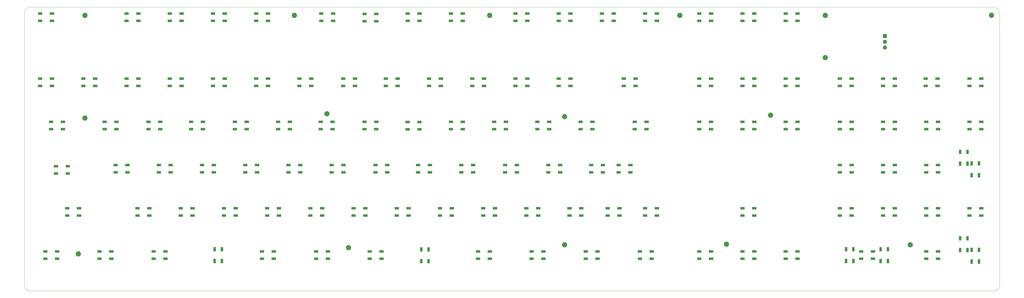
<source format=gts>
G04 #@! TF.GenerationSoftware,KiCad,Pcbnew,(5.1.5)-3*
G04 #@! TF.CreationDate,2021-02-16T22:27:21+09:00*
G04 #@! TF.ProjectId,bottomplate,626f7474-6f6d-4706-9c61-74652e6b6963,rev?*
G04 #@! TF.SameCoordinates,Original*
G04 #@! TF.FileFunction,Soldermask,Top*
G04 #@! TF.FilePolarity,Negative*
%FSLAX46Y46*%
G04 Gerber Fmt 4.6, Leading zero omitted, Abs format (unit mm)*
G04 Created by KiCad (PCBNEW (5.1.5)-3) date 2021-02-16 22:27:21*
%MOMM*%
%LPD*%
G04 APERTURE LIST*
%ADD10C,0.050000*%
%ADD11C,0.100000*%
G04 APERTURE END LIST*
D10*
X417830000Y9525000D02*
G75*
G02X420370000Y6985000I0J-2540000D01*
G01*
X-9525000Y6985000D02*
G75*
G02X-6985000Y9525000I2540000J0D01*
G01*
X420370000Y-113030000D02*
G75*
G02X417830000Y-115570000I-2540000J0D01*
G01*
X-6985000Y-115570000D02*
G75*
G02X-9525000Y-113030000I0J2540000D01*
G01*
X420370000Y6985000D02*
X420370000Y-113030000D01*
X-6985000Y-115570000D02*
X417830000Y-115570000D01*
X-9525000Y-113030000D02*
X-9525000Y6985000D01*
X417830000Y9525000D02*
X-6985000Y9525000D01*
D11*
G36*
X411853000Y-103627000D02*
G01*
X410751000Y-103627000D01*
X410751000Y-101725000D01*
X411853000Y-101725000D01*
X411853000Y-103627000D01*
G37*
G36*
X408653000Y-103627000D02*
G01*
X407551000Y-103627000D01*
X407551000Y-101725000D01*
X408653000Y-101725000D01*
X408653000Y-103627000D01*
G37*
G36*
X169207000Y-103433000D02*
G01*
X168105000Y-103433000D01*
X168105000Y-101531000D01*
X169207000Y-101531000D01*
X169207000Y-103433000D01*
G37*
G36*
X166007000Y-103433000D02*
G01*
X164905000Y-103433000D01*
X164905000Y-101531000D01*
X166007000Y-101531000D01*
X166007000Y-103433000D01*
G37*
G36*
X368521000Y-103373000D02*
G01*
X367419000Y-103373000D01*
X367419000Y-101471000D01*
X368521000Y-101471000D01*
X368521000Y-103373000D01*
G37*
G36*
X371721000Y-103373000D02*
G01*
X370619000Y-103373000D01*
X370619000Y-101471000D01*
X371721000Y-101471000D01*
X371721000Y-103373000D01*
G37*
G36*
X74897000Y-103373000D02*
G01*
X73795000Y-103373000D01*
X73795000Y-101471000D01*
X74897000Y-101471000D01*
X74897000Y-103373000D01*
G37*
G36*
X78097000Y-103373000D02*
G01*
X76995000Y-103373000D01*
X76995000Y-101471000D01*
X78097000Y-101471000D01*
X78097000Y-103373000D01*
G37*
G36*
X356481000Y-103373000D02*
G01*
X355379000Y-103373000D01*
X355379000Y-101471000D01*
X356481000Y-101471000D01*
X356481000Y-103373000D01*
G37*
G36*
X353281000Y-103373000D02*
G01*
X352179000Y-103373000D01*
X352179000Y-101471000D01*
X353281000Y-101471000D01*
X353281000Y-103373000D01*
G37*
G36*
X394203000Y-101973000D02*
G01*
X392301000Y-101973000D01*
X392301000Y-100871000D01*
X394203000Y-100871000D01*
X394203000Y-101973000D01*
G37*
G36*
X196591000Y-101973000D02*
G01*
X194689000Y-101973000D01*
X194689000Y-100871000D01*
X196591000Y-100871000D01*
X196591000Y-101973000D01*
G37*
G36*
X389003000Y-101973000D02*
G01*
X387101000Y-101973000D01*
X387101000Y-100871000D01*
X389003000Y-100871000D01*
X389003000Y-101973000D01*
G37*
G36*
X307977000Y-101973000D02*
G01*
X306075000Y-101973000D01*
X306075000Y-100871000D01*
X307977000Y-100871000D01*
X307977000Y-101973000D01*
G37*
G36*
X101341000Y-101973000D02*
G01*
X99439000Y-101973000D01*
X99439000Y-100871000D01*
X101341000Y-100871000D01*
X101341000Y-101973000D01*
G37*
G36*
X96141000Y-101973000D02*
G01*
X94239000Y-101973000D01*
X94239000Y-100871000D01*
X96141000Y-100871000D01*
X96141000Y-101973000D01*
G37*
G36*
X148839000Y-101973000D02*
G01*
X146937000Y-101973000D01*
X146937000Y-100871000D01*
X148839000Y-100871000D01*
X148839000Y-101973000D01*
G37*
G36*
X143639000Y-101973000D02*
G01*
X141737000Y-101973000D01*
X141737000Y-100871000D01*
X143639000Y-100871000D01*
X143639000Y-101973000D01*
G37*
G36*
X294127000Y-101973000D02*
G01*
X292225000Y-101973000D01*
X292225000Y-100871000D01*
X294127000Y-100871000D01*
X294127000Y-101973000D01*
G37*
G36*
X244089000Y-101973000D02*
G01*
X242187000Y-101973000D01*
X242187000Y-100871000D01*
X244089000Y-100871000D01*
X244089000Y-101973000D01*
G37*
G36*
X238889000Y-101973000D02*
G01*
X236987000Y-101973000D01*
X236987000Y-100871000D01*
X238889000Y-100871000D01*
X238889000Y-101973000D01*
G37*
G36*
X267965000Y-101973000D02*
G01*
X266063000Y-101973000D01*
X266063000Y-100871000D01*
X267965000Y-100871000D01*
X267965000Y-101973000D01*
G37*
G36*
X262765000Y-101973000D02*
G01*
X260863000Y-101973000D01*
X260863000Y-100871000D01*
X262765000Y-100871000D01*
X262765000Y-101973000D01*
G37*
G36*
X191391000Y-101973000D02*
G01*
X189489000Y-101973000D01*
X189489000Y-100871000D01*
X191391000Y-100871000D01*
X191391000Y-101973000D01*
G37*
G36*
X313177000Y-101973000D02*
G01*
X311275000Y-101973000D01*
X311275000Y-100871000D01*
X313177000Y-100871000D01*
X313177000Y-101973000D01*
G37*
G36*
X120017000Y-101973000D02*
G01*
X118115000Y-101973000D01*
X118115000Y-100871000D01*
X120017000Y-100871000D01*
X120017000Y-101973000D01*
G37*
G36*
X125217000Y-101973000D02*
G01*
X123315000Y-101973000D01*
X123315000Y-100871000D01*
X125217000Y-100871000D01*
X125217000Y-101973000D01*
G37*
G36*
X24513000Y-101973000D02*
G01*
X22611000Y-101973000D01*
X22611000Y-100871000D01*
X24513000Y-100871000D01*
X24513000Y-101973000D01*
G37*
G36*
X29713000Y-101973000D02*
G01*
X27811000Y-101973000D01*
X27811000Y-100871000D01*
X29713000Y-100871000D01*
X29713000Y-101973000D01*
G37*
G36*
X5837000Y-101973000D02*
G01*
X3935000Y-101973000D01*
X3935000Y-100871000D01*
X5837000Y-100871000D01*
X5837000Y-101973000D01*
G37*
G36*
X220213000Y-101973000D02*
G01*
X218311000Y-101973000D01*
X218311000Y-100871000D01*
X220213000Y-100871000D01*
X220213000Y-101973000D01*
G37*
G36*
X215013000Y-101973000D02*
G01*
X213111000Y-101973000D01*
X213111000Y-100871000D01*
X215013000Y-100871000D01*
X215013000Y-101973000D01*
G37*
G36*
X327027000Y-101973000D02*
G01*
X325125000Y-101973000D01*
X325125000Y-100871000D01*
X327027000Y-100871000D01*
X327027000Y-101973000D01*
G37*
G36*
X332227000Y-101973000D02*
G01*
X330325000Y-101973000D01*
X330325000Y-100871000D01*
X332227000Y-100871000D01*
X332227000Y-101973000D01*
G37*
G36*
X48389000Y-101973000D02*
G01*
X46487000Y-101973000D01*
X46487000Y-100871000D01*
X48389000Y-100871000D01*
X48389000Y-101973000D01*
G37*
G36*
X53589000Y-101973000D02*
G01*
X51687000Y-101973000D01*
X51687000Y-100871000D01*
X53589000Y-100871000D01*
X53589000Y-101973000D01*
G37*
G36*
X365501000Y-101973000D02*
G01*
X363599000Y-101973000D01*
X363599000Y-100871000D01*
X365501000Y-100871000D01*
X365501000Y-101973000D01*
G37*
G36*
X360301000Y-101973000D02*
G01*
X358399000Y-101973000D01*
X358399000Y-100871000D01*
X360301000Y-100871000D01*
X360301000Y-101973000D01*
G37*
G36*
X637000Y-101973000D02*
G01*
X-1265000Y-101973000D01*
X-1265000Y-100871000D01*
X637000Y-100871000D01*
X637000Y-101973000D01*
G37*
G36*
X288927000Y-101973000D02*
G01*
X287025000Y-101973000D01*
X287025000Y-100871000D01*
X288927000Y-100871000D01*
X288927000Y-101973000D01*
G37*
G36*
X14448549Y-98121616D02*
G01*
X14559734Y-98143732D01*
X14769203Y-98230497D01*
X14957720Y-98356460D01*
X15118040Y-98516780D01*
X15244003Y-98705297D01*
X15330768Y-98914766D01*
X15375000Y-99137136D01*
X15375000Y-99363864D01*
X15330768Y-99586234D01*
X15244003Y-99795703D01*
X15118040Y-99984220D01*
X14957720Y-100144540D01*
X14769203Y-100270503D01*
X14559734Y-100357268D01*
X14448549Y-100379384D01*
X14337365Y-100401500D01*
X14110635Y-100401500D01*
X13999451Y-100379384D01*
X13888266Y-100357268D01*
X13678797Y-100270503D01*
X13490280Y-100144540D01*
X13329960Y-99984220D01*
X13203997Y-99795703D01*
X13117232Y-99586234D01*
X13073000Y-99363864D01*
X13073000Y-99137136D01*
X13117232Y-98914766D01*
X13203997Y-98705297D01*
X13329960Y-98516780D01*
X13490280Y-98356460D01*
X13678797Y-98230497D01*
X13888266Y-98143732D01*
X13999451Y-98121616D01*
X14110635Y-98099500D01*
X14337365Y-98099500D01*
X14448549Y-98121616D01*
G37*
G36*
X101341000Y-98773000D02*
G01*
X99439000Y-98773000D01*
X99439000Y-97671000D01*
X101341000Y-97671000D01*
X101341000Y-98773000D01*
G37*
G36*
X389003000Y-98773000D02*
G01*
X387101000Y-98773000D01*
X387101000Y-97671000D01*
X389003000Y-97671000D01*
X389003000Y-98773000D01*
G37*
G36*
X313177000Y-98773000D02*
G01*
X311275000Y-98773000D01*
X311275000Y-97671000D01*
X313177000Y-97671000D01*
X313177000Y-98773000D01*
G37*
G36*
X215013000Y-98773000D02*
G01*
X213111000Y-98773000D01*
X213111000Y-97671000D01*
X215013000Y-97671000D01*
X215013000Y-98773000D01*
G37*
G36*
X360301000Y-98773000D02*
G01*
X358399000Y-98773000D01*
X358399000Y-97671000D01*
X360301000Y-97671000D01*
X360301000Y-98773000D01*
G37*
G36*
X365501000Y-98773000D02*
G01*
X363599000Y-98773000D01*
X363599000Y-97671000D01*
X365501000Y-97671000D01*
X365501000Y-98773000D01*
G37*
G36*
X53589000Y-98773000D02*
G01*
X51687000Y-98773000D01*
X51687000Y-97671000D01*
X53589000Y-97671000D01*
X53589000Y-98773000D01*
G37*
G36*
X48389000Y-98773000D02*
G01*
X46487000Y-98773000D01*
X46487000Y-97671000D01*
X48389000Y-97671000D01*
X48389000Y-98773000D01*
G37*
G36*
X196591000Y-98773000D02*
G01*
X194689000Y-98773000D01*
X194689000Y-97671000D01*
X196591000Y-97671000D01*
X196591000Y-98773000D01*
G37*
G36*
X5837000Y-98773000D02*
G01*
X3935000Y-98773000D01*
X3935000Y-97671000D01*
X5837000Y-97671000D01*
X5837000Y-98773000D01*
G37*
G36*
X96141000Y-98773000D02*
G01*
X94239000Y-98773000D01*
X94239000Y-97671000D01*
X96141000Y-97671000D01*
X96141000Y-98773000D01*
G37*
G36*
X332227000Y-98773000D02*
G01*
X330325000Y-98773000D01*
X330325000Y-97671000D01*
X332227000Y-97671000D01*
X332227000Y-98773000D01*
G37*
G36*
X637000Y-98773000D02*
G01*
X-1265000Y-98773000D01*
X-1265000Y-97671000D01*
X637000Y-97671000D01*
X637000Y-98773000D01*
G37*
G36*
X220213000Y-98773000D02*
G01*
X218311000Y-98773000D01*
X218311000Y-97671000D01*
X220213000Y-97671000D01*
X220213000Y-98773000D01*
G37*
G36*
X29713000Y-98773000D02*
G01*
X27811000Y-98773000D01*
X27811000Y-97671000D01*
X29713000Y-97671000D01*
X29713000Y-98773000D01*
G37*
G36*
X24513000Y-98773000D02*
G01*
X22611000Y-98773000D01*
X22611000Y-97671000D01*
X24513000Y-97671000D01*
X24513000Y-98773000D01*
G37*
G36*
X394203000Y-98773000D02*
G01*
X392301000Y-98773000D01*
X392301000Y-97671000D01*
X394203000Y-97671000D01*
X394203000Y-98773000D01*
G37*
G36*
X148839000Y-98773000D02*
G01*
X146937000Y-98773000D01*
X146937000Y-97671000D01*
X148839000Y-97671000D01*
X148839000Y-98773000D01*
G37*
G36*
X143639000Y-98773000D02*
G01*
X141737000Y-98773000D01*
X141737000Y-97671000D01*
X143639000Y-97671000D01*
X143639000Y-98773000D01*
G37*
G36*
X294127000Y-98773000D02*
G01*
X292225000Y-98773000D01*
X292225000Y-97671000D01*
X294127000Y-97671000D01*
X294127000Y-98773000D01*
G37*
G36*
X244089000Y-98773000D02*
G01*
X242187000Y-98773000D01*
X242187000Y-97671000D01*
X244089000Y-97671000D01*
X244089000Y-98773000D01*
G37*
G36*
X238889000Y-98773000D02*
G01*
X236987000Y-98773000D01*
X236987000Y-97671000D01*
X238889000Y-97671000D01*
X238889000Y-98773000D01*
G37*
G36*
X267965000Y-98773000D02*
G01*
X266063000Y-98773000D01*
X266063000Y-97671000D01*
X267965000Y-97671000D01*
X267965000Y-98773000D01*
G37*
G36*
X262765000Y-98773000D02*
G01*
X260863000Y-98773000D01*
X260863000Y-97671000D01*
X262765000Y-97671000D01*
X262765000Y-98773000D01*
G37*
G36*
X307977000Y-98773000D02*
G01*
X306075000Y-98773000D01*
X306075000Y-97671000D01*
X307977000Y-97671000D01*
X307977000Y-98773000D01*
G37*
G36*
X288927000Y-98773000D02*
G01*
X287025000Y-98773000D01*
X287025000Y-97671000D01*
X288927000Y-97671000D01*
X288927000Y-98773000D01*
G37*
G36*
X327027000Y-98773000D02*
G01*
X325125000Y-98773000D01*
X325125000Y-97671000D01*
X327027000Y-97671000D01*
X327027000Y-98773000D01*
G37*
G36*
X120017000Y-98773000D02*
G01*
X118115000Y-98773000D01*
X118115000Y-97671000D01*
X120017000Y-97671000D01*
X120017000Y-98773000D01*
G37*
G36*
X125217000Y-98773000D02*
G01*
X123315000Y-98773000D01*
X123315000Y-97671000D01*
X125217000Y-97671000D01*
X125217000Y-98773000D01*
G37*
G36*
X191391000Y-98773000D02*
G01*
X189489000Y-98773000D01*
X189489000Y-97671000D01*
X191391000Y-97671000D01*
X191391000Y-98773000D01*
G37*
G36*
X403573000Y-98547000D02*
G01*
X402471000Y-98547000D01*
X402471000Y-96645000D01*
X403573000Y-96645000D01*
X403573000Y-98547000D01*
G37*
G36*
X406773000Y-98547000D02*
G01*
X405671000Y-98547000D01*
X405671000Y-96645000D01*
X406773000Y-96645000D01*
X406773000Y-98547000D01*
G37*
G36*
X411853000Y-98427000D02*
G01*
X410751000Y-98427000D01*
X410751000Y-96525000D01*
X411853000Y-96525000D01*
X411853000Y-98427000D01*
G37*
G36*
X408653000Y-98427000D02*
G01*
X407551000Y-98427000D01*
X407551000Y-96525000D01*
X408653000Y-96525000D01*
X408653000Y-98427000D01*
G37*
G36*
X169207000Y-98233000D02*
G01*
X168105000Y-98233000D01*
X168105000Y-96331000D01*
X169207000Y-96331000D01*
X169207000Y-98233000D01*
G37*
G36*
X166007000Y-98233000D02*
G01*
X164905000Y-98233000D01*
X164905000Y-96331000D01*
X166007000Y-96331000D01*
X166007000Y-98233000D01*
G37*
G36*
X74897000Y-98173000D02*
G01*
X73795000Y-98173000D01*
X73795000Y-96271000D01*
X74897000Y-96271000D01*
X74897000Y-98173000D01*
G37*
G36*
X78097000Y-98173000D02*
G01*
X76995000Y-98173000D01*
X76995000Y-96271000D01*
X78097000Y-96271000D01*
X78097000Y-98173000D01*
G37*
G36*
X353281000Y-98173000D02*
G01*
X352179000Y-98173000D01*
X352179000Y-96271000D01*
X353281000Y-96271000D01*
X353281000Y-98173000D01*
G37*
G36*
X356481000Y-98173000D02*
G01*
X355379000Y-98173000D01*
X355379000Y-96271000D01*
X356481000Y-96271000D01*
X356481000Y-98173000D01*
G37*
G36*
X368521000Y-98173000D02*
G01*
X367419000Y-98173000D01*
X367419000Y-96271000D01*
X368521000Y-96271000D01*
X368521000Y-98173000D01*
G37*
G36*
X371721000Y-98173000D02*
G01*
X370619000Y-98173000D01*
X370619000Y-96271000D01*
X371721000Y-96271000D01*
X371721000Y-98173000D01*
G37*
G36*
X133574549Y-95391116D02*
G01*
X133685734Y-95413232D01*
X133895203Y-95499997D01*
X134083720Y-95625960D01*
X134244040Y-95786280D01*
X134250002Y-95795203D01*
X134370004Y-95974799D01*
X134456768Y-96184267D01*
X134501000Y-96406635D01*
X134501000Y-96633365D01*
X134478884Y-96744549D01*
X134456768Y-96855734D01*
X134370003Y-97065203D01*
X134244040Y-97253720D01*
X134083720Y-97414040D01*
X133895203Y-97540003D01*
X133685734Y-97626768D01*
X133574549Y-97648884D01*
X133463365Y-97671000D01*
X133236635Y-97671000D01*
X133125451Y-97648884D01*
X133014266Y-97626768D01*
X132804797Y-97540003D01*
X132616280Y-97414040D01*
X132455960Y-97253720D01*
X132329997Y-97065203D01*
X132243232Y-96855734D01*
X132221116Y-96744549D01*
X132199000Y-96633365D01*
X132199000Y-96406635D01*
X132243232Y-96184267D01*
X132329996Y-95974799D01*
X132449998Y-95795203D01*
X132455960Y-95786280D01*
X132616280Y-95625960D01*
X132804797Y-95499997D01*
X133014266Y-95413232D01*
X133125451Y-95391116D01*
X133236635Y-95369000D01*
X133463365Y-95369000D01*
X133574549Y-95391116D01*
G37*
G36*
X228824549Y-94121116D02*
G01*
X228935734Y-94143232D01*
X229145203Y-94229997D01*
X229333720Y-94355960D01*
X229494040Y-94516280D01*
X229590248Y-94660266D01*
X229620004Y-94704799D01*
X229706768Y-94914267D01*
X229745576Y-95109365D01*
X229751000Y-95136636D01*
X229751000Y-95363364D01*
X229706768Y-95585734D01*
X229620003Y-95795203D01*
X229494040Y-95983720D01*
X229333720Y-96144040D01*
X229145203Y-96270003D01*
X228935734Y-96356768D01*
X228824549Y-96378884D01*
X228713365Y-96401000D01*
X228486635Y-96401000D01*
X228375451Y-96378884D01*
X228264266Y-96356768D01*
X228054797Y-96270003D01*
X227866280Y-96144040D01*
X227705960Y-95983720D01*
X227579997Y-95795203D01*
X227493232Y-95585734D01*
X227449000Y-95363364D01*
X227449000Y-95136636D01*
X227454425Y-95109365D01*
X227493232Y-94914267D01*
X227579996Y-94704799D01*
X227609752Y-94660266D01*
X227705960Y-94516280D01*
X227866280Y-94355960D01*
X228054797Y-94229997D01*
X228264266Y-94143232D01*
X228375451Y-94121116D01*
X228486635Y-94099000D01*
X228713365Y-94099000D01*
X228824549Y-94121116D01*
G37*
G36*
X381224549Y-94121116D02*
G01*
X381335734Y-94143232D01*
X381545203Y-94229997D01*
X381733720Y-94355960D01*
X381894040Y-94516280D01*
X381990248Y-94660266D01*
X382020004Y-94704799D01*
X382106768Y-94914267D01*
X382145576Y-95109365D01*
X382151000Y-95136636D01*
X382151000Y-95363364D01*
X382106768Y-95585734D01*
X382020003Y-95795203D01*
X381894040Y-95983720D01*
X381733720Y-96144040D01*
X381545203Y-96270003D01*
X381335734Y-96356768D01*
X381224549Y-96378884D01*
X381113365Y-96401000D01*
X380886635Y-96401000D01*
X380775451Y-96378884D01*
X380664266Y-96356768D01*
X380454797Y-96270003D01*
X380266280Y-96144040D01*
X380105960Y-95983720D01*
X379979997Y-95795203D01*
X379893232Y-95585734D01*
X379849000Y-95363364D01*
X379849000Y-95136636D01*
X379854425Y-95109365D01*
X379893232Y-94914267D01*
X379979996Y-94704799D01*
X380009752Y-94660266D01*
X380105960Y-94516280D01*
X380266280Y-94355960D01*
X380454797Y-94229997D01*
X380664266Y-94143232D01*
X380775451Y-94121116D01*
X380886635Y-94099000D01*
X381113365Y-94099000D01*
X381224549Y-94121116D01*
G37*
G36*
X300198549Y-93867116D02*
G01*
X300309734Y-93889232D01*
X300519203Y-93975997D01*
X300707720Y-94101960D01*
X300868040Y-94262280D01*
X300994003Y-94450797D01*
X300994004Y-94450799D01*
X301080768Y-94660267D01*
X301125000Y-94882635D01*
X301125000Y-95109365D01*
X301119575Y-95136636D01*
X301080768Y-95331734D01*
X300994003Y-95541203D01*
X300868040Y-95729720D01*
X300707720Y-95890040D01*
X300519203Y-96016003D01*
X300309734Y-96102768D01*
X300198549Y-96124884D01*
X300087365Y-96147000D01*
X299860635Y-96147000D01*
X299749451Y-96124884D01*
X299638266Y-96102768D01*
X299428797Y-96016003D01*
X299240280Y-95890040D01*
X299079960Y-95729720D01*
X298953997Y-95541203D01*
X298867232Y-95331734D01*
X298828425Y-95136636D01*
X298823000Y-95109365D01*
X298823000Y-94882635D01*
X298867232Y-94660267D01*
X298953996Y-94450799D01*
X298953997Y-94450797D01*
X299079960Y-94262280D01*
X299240280Y-94101960D01*
X299428797Y-93975997D01*
X299638266Y-93889232D01*
X299749451Y-93867116D01*
X299860635Y-93845000D01*
X300087365Y-93845000D01*
X300198549Y-93867116D01*
G37*
G36*
X403573000Y-93347000D02*
G01*
X402471000Y-93347000D01*
X402471000Y-91445000D01*
X403573000Y-91445000D01*
X403573000Y-93347000D01*
G37*
G36*
X406773000Y-93347000D02*
G01*
X405671000Y-93347000D01*
X405671000Y-91445000D01*
X406773000Y-91445000D01*
X406773000Y-93347000D01*
G37*
G36*
X394203000Y-82923000D02*
G01*
X392301000Y-82923000D01*
X392301000Y-81821000D01*
X394203000Y-81821000D01*
X394203000Y-82923000D01*
G37*
G36*
X212727000Y-82923000D02*
G01*
X210825000Y-82923000D01*
X210825000Y-81821000D01*
X212727000Y-81821000D01*
X212727000Y-82923000D01*
G37*
G36*
X217927000Y-82923000D02*
G01*
X216025000Y-82923000D01*
X216025000Y-81821000D01*
X217927000Y-81821000D01*
X217927000Y-82923000D01*
G37*
G36*
X408053000Y-82923000D02*
G01*
X406151000Y-82923000D01*
X406151000Y-81821000D01*
X408053000Y-81821000D01*
X408053000Y-82923000D01*
G37*
G36*
X117477000Y-82923000D02*
G01*
X115575000Y-82923000D01*
X115575000Y-81821000D01*
X117477000Y-81821000D01*
X117477000Y-82923000D01*
G37*
G36*
X60327000Y-82923000D02*
G01*
X58425000Y-82923000D01*
X58425000Y-81821000D01*
X60327000Y-81821000D01*
X60327000Y-82923000D01*
G37*
G36*
X84577000Y-82923000D02*
G01*
X82675000Y-82923000D01*
X82675000Y-81821000D01*
X84577000Y-81821000D01*
X84577000Y-82923000D01*
G37*
G36*
X79377000Y-82923000D02*
G01*
X77475000Y-82923000D01*
X77475000Y-81821000D01*
X79377000Y-81821000D01*
X79377000Y-82923000D01*
G37*
G36*
X103627000Y-82923000D02*
G01*
X101725000Y-82923000D01*
X101725000Y-81821000D01*
X103627000Y-81821000D01*
X103627000Y-82923000D01*
G37*
G36*
X98427000Y-82923000D02*
G01*
X96525000Y-82923000D01*
X96525000Y-81821000D01*
X98427000Y-81821000D01*
X98427000Y-82923000D01*
G37*
G36*
X122677000Y-82923000D02*
G01*
X120775000Y-82923000D01*
X120775000Y-81821000D01*
X122677000Y-81821000D01*
X122677000Y-82923000D01*
G37*
G36*
X65527000Y-82923000D02*
G01*
X63625000Y-82923000D01*
X63625000Y-81821000D01*
X65527000Y-81821000D01*
X65527000Y-82923000D01*
G37*
G36*
X141727000Y-82923000D02*
G01*
X139825000Y-82923000D01*
X139825000Y-81821000D01*
X141727000Y-81821000D01*
X141727000Y-82923000D01*
G37*
G36*
X136527000Y-82923000D02*
G01*
X134625000Y-82923000D01*
X134625000Y-81821000D01*
X136527000Y-81821000D01*
X136527000Y-82923000D01*
G37*
G36*
X155577000Y-82923000D02*
G01*
X153675000Y-82923000D01*
X153675000Y-81821000D01*
X155577000Y-81821000D01*
X155577000Y-82923000D01*
G37*
G36*
X15489000Y-82923000D02*
G01*
X13587000Y-82923000D01*
X13587000Y-81821000D01*
X15489000Y-81821000D01*
X15489000Y-82923000D01*
G37*
G36*
X10289000Y-82923000D02*
G01*
X8387000Y-82923000D01*
X8387000Y-81821000D01*
X10289000Y-81821000D01*
X10289000Y-82923000D01*
G37*
G36*
X46477000Y-82923000D02*
G01*
X44575000Y-82923000D01*
X44575000Y-81821000D01*
X46477000Y-81821000D01*
X46477000Y-82923000D01*
G37*
G36*
X41277000Y-82923000D02*
G01*
X39375000Y-82923000D01*
X39375000Y-81821000D01*
X41277000Y-81821000D01*
X41277000Y-82923000D01*
G37*
G36*
X236913000Y-82923000D02*
G01*
X235011000Y-82923000D01*
X235011000Y-81821000D01*
X236913000Y-81821000D01*
X236913000Y-82923000D01*
G37*
G36*
X231713000Y-82923000D02*
G01*
X229811000Y-82923000D01*
X229811000Y-81821000D01*
X231713000Y-81821000D01*
X231713000Y-82923000D01*
G37*
G36*
X193677000Y-82923000D02*
G01*
X191775000Y-82923000D01*
X191775000Y-81821000D01*
X193677000Y-81821000D01*
X193677000Y-82923000D01*
G37*
G36*
X248541000Y-82923000D02*
G01*
X246639000Y-82923000D01*
X246639000Y-81821000D01*
X248541000Y-81821000D01*
X248541000Y-82923000D01*
G37*
G36*
X198877000Y-82923000D02*
G01*
X196975000Y-82923000D01*
X196975000Y-81821000D01*
X198877000Y-81821000D01*
X198877000Y-82923000D01*
G37*
G36*
X413253000Y-82923000D02*
G01*
X411351000Y-82923000D01*
X411351000Y-81821000D01*
X413253000Y-81821000D01*
X413253000Y-82923000D01*
G37*
G36*
X179827000Y-82923000D02*
G01*
X177925000Y-82923000D01*
X177925000Y-81821000D01*
X179827000Y-81821000D01*
X179827000Y-82923000D01*
G37*
G36*
X174627000Y-82923000D02*
G01*
X172725000Y-82923000D01*
X172725000Y-81821000D01*
X174627000Y-81821000D01*
X174627000Y-82923000D01*
G37*
G36*
X160777000Y-82923000D02*
G01*
X158875000Y-82923000D01*
X158875000Y-81821000D01*
X160777000Y-81821000D01*
X160777000Y-82923000D01*
G37*
G36*
X350903000Y-82923000D02*
G01*
X349001000Y-82923000D01*
X349001000Y-81821000D01*
X350903000Y-81821000D01*
X350903000Y-82923000D01*
G37*
G36*
X307977000Y-82923000D02*
G01*
X306075000Y-82923000D01*
X306075000Y-81821000D01*
X307977000Y-81821000D01*
X307977000Y-82923000D01*
G37*
G36*
X356103000Y-82923000D02*
G01*
X354201000Y-82923000D01*
X354201000Y-81821000D01*
X356103000Y-81821000D01*
X356103000Y-82923000D01*
G37*
G36*
X369953000Y-82923000D02*
G01*
X368051000Y-82923000D01*
X368051000Y-81821000D01*
X369953000Y-81821000D01*
X369953000Y-82923000D01*
G37*
G36*
X375153000Y-82923000D02*
G01*
X373251000Y-82923000D01*
X373251000Y-81821000D01*
X375153000Y-81821000D01*
X375153000Y-82923000D01*
G37*
G36*
X270251000Y-82923000D02*
G01*
X268349000Y-82923000D01*
X268349000Y-81821000D01*
X270251000Y-81821000D01*
X270251000Y-82923000D01*
G37*
G36*
X265051000Y-82923000D02*
G01*
X263149000Y-82923000D01*
X263149000Y-81821000D01*
X265051000Y-81821000D01*
X265051000Y-82923000D01*
G37*
G36*
X253741000Y-82923000D02*
G01*
X251839000Y-82923000D01*
X251839000Y-81821000D01*
X253741000Y-81821000D01*
X253741000Y-82923000D01*
G37*
G36*
X389003000Y-82923000D02*
G01*
X387101000Y-82923000D01*
X387101000Y-81821000D01*
X389003000Y-81821000D01*
X389003000Y-82923000D01*
G37*
G36*
X313177000Y-82923000D02*
G01*
X311275000Y-82923000D01*
X311275000Y-81821000D01*
X313177000Y-81821000D01*
X313177000Y-82923000D01*
G37*
G36*
X15489000Y-79723000D02*
G01*
X13587000Y-79723000D01*
X13587000Y-78621000D01*
X15489000Y-78621000D01*
X15489000Y-79723000D01*
G37*
G36*
X179827000Y-79723000D02*
G01*
X177925000Y-79723000D01*
X177925000Y-78621000D01*
X179827000Y-78621000D01*
X179827000Y-79723000D01*
G37*
G36*
X136527000Y-79723000D02*
G01*
X134625000Y-79723000D01*
X134625000Y-78621000D01*
X136527000Y-78621000D01*
X136527000Y-79723000D01*
G37*
G36*
X46477000Y-79723000D02*
G01*
X44575000Y-79723000D01*
X44575000Y-78621000D01*
X46477000Y-78621000D01*
X46477000Y-79723000D01*
G37*
G36*
X236913000Y-79723000D02*
G01*
X235011000Y-79723000D01*
X235011000Y-78621000D01*
X236913000Y-78621000D01*
X236913000Y-79723000D01*
G37*
G36*
X231713000Y-79723000D02*
G01*
X229811000Y-79723000D01*
X229811000Y-78621000D01*
X231713000Y-78621000D01*
X231713000Y-79723000D01*
G37*
G36*
X103627000Y-79723000D02*
G01*
X101725000Y-79723000D01*
X101725000Y-78621000D01*
X103627000Y-78621000D01*
X103627000Y-79723000D01*
G37*
G36*
X369953000Y-79723000D02*
G01*
X368051000Y-79723000D01*
X368051000Y-78621000D01*
X369953000Y-78621000D01*
X369953000Y-79723000D01*
G37*
G36*
X375153000Y-79723000D02*
G01*
X373251000Y-79723000D01*
X373251000Y-78621000D01*
X375153000Y-78621000D01*
X375153000Y-79723000D01*
G37*
G36*
X10289000Y-79723000D02*
G01*
X8387000Y-79723000D01*
X8387000Y-78621000D01*
X10289000Y-78621000D01*
X10289000Y-79723000D01*
G37*
G36*
X65527000Y-79723000D02*
G01*
X63625000Y-79723000D01*
X63625000Y-78621000D01*
X65527000Y-78621000D01*
X65527000Y-79723000D01*
G37*
G36*
X174627000Y-79723000D02*
G01*
X172725000Y-79723000D01*
X172725000Y-78621000D01*
X174627000Y-78621000D01*
X174627000Y-79723000D01*
G37*
G36*
X413253000Y-79723000D02*
G01*
X411351000Y-79723000D01*
X411351000Y-78621000D01*
X413253000Y-78621000D01*
X413253000Y-79723000D01*
G37*
G36*
X141727000Y-79723000D02*
G01*
X139825000Y-79723000D01*
X139825000Y-78621000D01*
X141727000Y-78621000D01*
X141727000Y-79723000D01*
G37*
G36*
X155577000Y-79723000D02*
G01*
X153675000Y-79723000D01*
X153675000Y-78621000D01*
X155577000Y-78621000D01*
X155577000Y-79723000D01*
G37*
G36*
X193677000Y-79723000D02*
G01*
X191775000Y-79723000D01*
X191775000Y-78621000D01*
X193677000Y-78621000D01*
X193677000Y-79723000D01*
G37*
G36*
X160777000Y-79723000D02*
G01*
X158875000Y-79723000D01*
X158875000Y-78621000D01*
X160777000Y-78621000D01*
X160777000Y-79723000D01*
G37*
G36*
X60327000Y-79723000D02*
G01*
X58425000Y-79723000D01*
X58425000Y-78621000D01*
X60327000Y-78621000D01*
X60327000Y-79723000D01*
G37*
G36*
X217927000Y-79723000D02*
G01*
X216025000Y-79723000D01*
X216025000Y-78621000D01*
X217927000Y-78621000D01*
X217927000Y-79723000D01*
G37*
G36*
X265051000Y-79723000D02*
G01*
X263149000Y-79723000D01*
X263149000Y-78621000D01*
X265051000Y-78621000D01*
X265051000Y-79723000D01*
G37*
G36*
X389003000Y-79723000D02*
G01*
X387101000Y-79723000D01*
X387101000Y-78621000D01*
X389003000Y-78621000D01*
X389003000Y-79723000D01*
G37*
G36*
X212727000Y-79723000D02*
G01*
X210825000Y-79723000D01*
X210825000Y-78621000D01*
X212727000Y-78621000D01*
X212727000Y-79723000D01*
G37*
G36*
X356103000Y-79723000D02*
G01*
X354201000Y-79723000D01*
X354201000Y-78621000D01*
X356103000Y-78621000D01*
X356103000Y-79723000D01*
G37*
G36*
X253741000Y-79723000D02*
G01*
X251839000Y-79723000D01*
X251839000Y-78621000D01*
X253741000Y-78621000D01*
X253741000Y-79723000D01*
G37*
G36*
X408053000Y-79723000D02*
G01*
X406151000Y-79723000D01*
X406151000Y-78621000D01*
X408053000Y-78621000D01*
X408053000Y-79723000D01*
G37*
G36*
X41277000Y-79723000D02*
G01*
X39375000Y-79723000D01*
X39375000Y-78621000D01*
X41277000Y-78621000D01*
X41277000Y-79723000D01*
G37*
G36*
X117477000Y-79723000D02*
G01*
X115575000Y-79723000D01*
X115575000Y-78621000D01*
X117477000Y-78621000D01*
X117477000Y-79723000D01*
G37*
G36*
X248541000Y-79723000D02*
G01*
X246639000Y-79723000D01*
X246639000Y-78621000D01*
X248541000Y-78621000D01*
X248541000Y-79723000D01*
G37*
G36*
X122677000Y-79723000D02*
G01*
X120775000Y-79723000D01*
X120775000Y-78621000D01*
X122677000Y-78621000D01*
X122677000Y-79723000D01*
G37*
G36*
X270251000Y-79723000D02*
G01*
X268349000Y-79723000D01*
X268349000Y-78621000D01*
X270251000Y-78621000D01*
X270251000Y-79723000D01*
G37*
G36*
X307977000Y-79723000D02*
G01*
X306075000Y-79723000D01*
X306075000Y-78621000D01*
X307977000Y-78621000D01*
X307977000Y-79723000D01*
G37*
G36*
X313177000Y-79723000D02*
G01*
X311275000Y-79723000D01*
X311275000Y-78621000D01*
X313177000Y-78621000D01*
X313177000Y-79723000D01*
G37*
G36*
X350903000Y-79723000D02*
G01*
X349001000Y-79723000D01*
X349001000Y-78621000D01*
X350903000Y-78621000D01*
X350903000Y-79723000D01*
G37*
G36*
X98427000Y-79723000D02*
G01*
X96525000Y-79723000D01*
X96525000Y-78621000D01*
X98427000Y-78621000D01*
X98427000Y-79723000D01*
G37*
G36*
X84577000Y-79723000D02*
G01*
X82675000Y-79723000D01*
X82675000Y-78621000D01*
X84577000Y-78621000D01*
X84577000Y-79723000D01*
G37*
G36*
X79377000Y-79723000D02*
G01*
X77475000Y-79723000D01*
X77475000Y-78621000D01*
X79377000Y-78621000D01*
X79377000Y-79723000D01*
G37*
G36*
X394203000Y-79723000D02*
G01*
X392301000Y-79723000D01*
X392301000Y-78621000D01*
X394203000Y-78621000D01*
X394203000Y-79723000D01*
G37*
G36*
X198877000Y-79723000D02*
G01*
X196975000Y-79723000D01*
X196975000Y-78621000D01*
X198877000Y-78621000D01*
X198877000Y-79723000D01*
G37*
G36*
X411853000Y-65527000D02*
G01*
X410751000Y-65527000D01*
X410751000Y-63625000D01*
X411853000Y-63625000D01*
X411853000Y-65527000D01*
G37*
G36*
X408653000Y-65527000D02*
G01*
X407551000Y-65527000D01*
X407551000Y-63625000D01*
X408653000Y-63625000D01*
X408653000Y-65527000D01*
G37*
G36*
X5336000Y-64381000D02*
G01*
X3434000Y-64381000D01*
X3434000Y-63279000D01*
X5336000Y-63279000D01*
X5336000Y-64381000D01*
G37*
G36*
X10536000Y-64381000D02*
G01*
X8634000Y-64381000D01*
X8634000Y-63279000D01*
X10536000Y-63279000D01*
X10536000Y-64381000D01*
G37*
G36*
X132075000Y-63873000D02*
G01*
X130173000Y-63873000D01*
X130173000Y-62771000D01*
X132075000Y-62771000D01*
X132075000Y-63873000D01*
G37*
G36*
X113025000Y-63873000D02*
G01*
X111123000Y-63873000D01*
X111123000Y-62771000D01*
X113025000Y-62771000D01*
X113025000Y-63873000D01*
G37*
G36*
X107825000Y-63873000D02*
G01*
X105923000Y-63873000D01*
X105923000Y-62771000D01*
X107825000Y-62771000D01*
X107825000Y-63873000D01*
G37*
G36*
X146179000Y-63873000D02*
G01*
X144277000Y-63873000D01*
X144277000Y-62771000D01*
X146179000Y-62771000D01*
X146179000Y-63873000D01*
G37*
G36*
X151379000Y-63873000D02*
G01*
X149477000Y-63873000D01*
X149477000Y-62771000D01*
X151379000Y-62771000D01*
X151379000Y-63873000D01*
G37*
G36*
X246439000Y-63873000D02*
G01*
X244537000Y-63873000D01*
X244537000Y-62771000D01*
X246439000Y-62771000D01*
X246439000Y-63873000D01*
G37*
G36*
X126875000Y-63873000D02*
G01*
X124973000Y-63873000D01*
X124973000Y-62771000D01*
X126875000Y-62771000D01*
X126875000Y-63873000D01*
G37*
G36*
X208529000Y-63873000D02*
G01*
X206627000Y-63873000D01*
X206627000Y-62771000D01*
X208529000Y-62771000D01*
X208529000Y-63873000D01*
G37*
G36*
X170175000Y-63873000D02*
G01*
X168273000Y-63873000D01*
X168273000Y-62771000D01*
X170175000Y-62771000D01*
X170175000Y-63873000D01*
G37*
G36*
X184025000Y-63873000D02*
G01*
X182123000Y-63873000D01*
X182123000Y-62771000D01*
X184025000Y-62771000D01*
X184025000Y-63873000D01*
G37*
G36*
X189225000Y-63873000D02*
G01*
X187323000Y-63873000D01*
X187323000Y-62771000D01*
X189225000Y-62771000D01*
X189225000Y-63873000D01*
G37*
G36*
X203329000Y-63873000D02*
G01*
X201427000Y-63873000D01*
X201427000Y-62771000D01*
X203329000Y-62771000D01*
X203329000Y-63873000D01*
G37*
G36*
X369953000Y-63873000D02*
G01*
X368051000Y-63873000D01*
X368051000Y-62771000D01*
X369953000Y-62771000D01*
X369953000Y-63873000D01*
G37*
G36*
X375153000Y-63873000D02*
G01*
X373251000Y-63873000D01*
X373251000Y-62771000D01*
X375153000Y-62771000D01*
X375153000Y-63873000D01*
G37*
G36*
X350903000Y-63873000D02*
G01*
X349001000Y-63873000D01*
X349001000Y-62771000D01*
X350903000Y-62771000D01*
X350903000Y-63873000D01*
G37*
G36*
X69725000Y-63873000D02*
G01*
X67823000Y-63873000D01*
X67823000Y-62771000D01*
X69725000Y-62771000D01*
X69725000Y-63873000D01*
G37*
G36*
X258567000Y-63873000D02*
G01*
X256665000Y-63873000D01*
X256665000Y-62771000D01*
X258567000Y-62771000D01*
X258567000Y-63873000D01*
G37*
G36*
X164975000Y-63873000D02*
G01*
X163073000Y-63873000D01*
X163073000Y-62771000D01*
X164975000Y-62771000D01*
X164975000Y-63873000D01*
G37*
G36*
X389003000Y-63873000D02*
G01*
X387101000Y-63873000D01*
X387101000Y-62771000D01*
X389003000Y-62771000D01*
X389003000Y-63873000D01*
G37*
G36*
X241239000Y-63873000D02*
G01*
X239337000Y-63873000D01*
X239337000Y-62771000D01*
X241239000Y-62771000D01*
X241239000Y-63873000D01*
G37*
G36*
X356103000Y-63873000D02*
G01*
X354201000Y-63873000D01*
X354201000Y-62771000D01*
X356103000Y-62771000D01*
X356103000Y-63873000D01*
G37*
G36*
X227579000Y-63873000D02*
G01*
X225677000Y-63873000D01*
X225677000Y-62771000D01*
X227579000Y-62771000D01*
X227579000Y-63873000D01*
G37*
G36*
X222379000Y-63873000D02*
G01*
X220477000Y-63873000D01*
X220477000Y-62771000D01*
X222379000Y-62771000D01*
X222379000Y-63873000D01*
G37*
G36*
X93975000Y-63873000D02*
G01*
X92073000Y-63873000D01*
X92073000Y-62771000D01*
X93975000Y-62771000D01*
X93975000Y-63873000D01*
G37*
G36*
X36825000Y-63873000D02*
G01*
X34923000Y-63873000D01*
X34923000Y-62771000D01*
X36825000Y-62771000D01*
X36825000Y-63873000D01*
G37*
G36*
X253367000Y-63873000D02*
G01*
X251465000Y-63873000D01*
X251465000Y-62771000D01*
X253367000Y-62771000D01*
X253367000Y-63873000D01*
G37*
G36*
X394203000Y-63873000D02*
G01*
X392301000Y-63873000D01*
X392301000Y-62771000D01*
X394203000Y-62771000D01*
X394203000Y-63873000D01*
G37*
G36*
X50675000Y-63873000D02*
G01*
X48773000Y-63873000D01*
X48773000Y-62771000D01*
X50675000Y-62771000D01*
X50675000Y-63873000D01*
G37*
G36*
X55875000Y-63873000D02*
G01*
X53973000Y-63873000D01*
X53973000Y-62771000D01*
X55875000Y-62771000D01*
X55875000Y-63873000D01*
G37*
G36*
X31625000Y-63873000D02*
G01*
X29723000Y-63873000D01*
X29723000Y-62771000D01*
X31625000Y-62771000D01*
X31625000Y-63873000D01*
G37*
G36*
X74925000Y-63873000D02*
G01*
X73023000Y-63873000D01*
X73023000Y-62771000D01*
X74925000Y-62771000D01*
X74925000Y-63873000D01*
G37*
G36*
X88775000Y-63873000D02*
G01*
X86873000Y-63873000D01*
X86873000Y-62771000D01*
X88775000Y-62771000D01*
X88775000Y-63873000D01*
G37*
G36*
X10536000Y-61181000D02*
G01*
X8634000Y-61181000D01*
X8634000Y-60079000D01*
X10536000Y-60079000D01*
X10536000Y-61181000D01*
G37*
G36*
X5336000Y-61181000D02*
G01*
X3434000Y-61181000D01*
X3434000Y-60079000D01*
X5336000Y-60079000D01*
X5336000Y-61181000D01*
G37*
G36*
X88775000Y-60673000D02*
G01*
X86873000Y-60673000D01*
X86873000Y-59571000D01*
X88775000Y-59571000D01*
X88775000Y-60673000D01*
G37*
G36*
X36825000Y-60673000D02*
G01*
X34923000Y-60673000D01*
X34923000Y-59571000D01*
X36825000Y-59571000D01*
X36825000Y-60673000D01*
G37*
G36*
X31625000Y-60673000D02*
G01*
X29723000Y-60673000D01*
X29723000Y-59571000D01*
X31625000Y-59571000D01*
X31625000Y-60673000D01*
G37*
G36*
X55875000Y-60673000D02*
G01*
X53973000Y-60673000D01*
X53973000Y-59571000D01*
X55875000Y-59571000D01*
X55875000Y-60673000D01*
G37*
G36*
X50675000Y-60673000D02*
G01*
X48773000Y-60673000D01*
X48773000Y-59571000D01*
X50675000Y-59571000D01*
X50675000Y-60673000D01*
G37*
G36*
X74925000Y-60673000D02*
G01*
X73023000Y-60673000D01*
X73023000Y-59571000D01*
X74925000Y-59571000D01*
X74925000Y-60673000D01*
G37*
G36*
X69725000Y-60673000D02*
G01*
X67823000Y-60673000D01*
X67823000Y-59571000D01*
X69725000Y-59571000D01*
X69725000Y-60673000D01*
G37*
G36*
X151379000Y-60673000D02*
G01*
X149477000Y-60673000D01*
X149477000Y-59571000D01*
X151379000Y-59571000D01*
X151379000Y-60673000D01*
G37*
G36*
X93975000Y-60673000D02*
G01*
X92073000Y-60673000D01*
X92073000Y-59571000D01*
X93975000Y-59571000D01*
X93975000Y-60673000D01*
G37*
G36*
X113025000Y-60673000D02*
G01*
X111123000Y-60673000D01*
X111123000Y-59571000D01*
X113025000Y-59571000D01*
X113025000Y-60673000D01*
G37*
G36*
X107825000Y-60673000D02*
G01*
X105923000Y-60673000D01*
X105923000Y-59571000D01*
X107825000Y-59571000D01*
X107825000Y-60673000D01*
G37*
G36*
X132075000Y-60673000D02*
G01*
X130173000Y-60673000D01*
X130173000Y-59571000D01*
X132075000Y-59571000D01*
X132075000Y-60673000D01*
G37*
G36*
X126875000Y-60673000D02*
G01*
X124973000Y-60673000D01*
X124973000Y-59571000D01*
X126875000Y-59571000D01*
X126875000Y-60673000D01*
G37*
G36*
X146179000Y-60673000D02*
G01*
X144277000Y-60673000D01*
X144277000Y-59571000D01*
X146179000Y-59571000D01*
X146179000Y-60673000D01*
G37*
G36*
X222379000Y-60673000D02*
G01*
X220477000Y-60673000D01*
X220477000Y-59571000D01*
X222379000Y-59571000D01*
X222379000Y-60673000D01*
G37*
G36*
X164975000Y-60673000D02*
G01*
X163073000Y-60673000D01*
X163073000Y-59571000D01*
X164975000Y-59571000D01*
X164975000Y-60673000D01*
G37*
G36*
X227579000Y-60673000D02*
G01*
X225677000Y-60673000D01*
X225677000Y-59571000D01*
X227579000Y-59571000D01*
X227579000Y-60673000D01*
G37*
G36*
X394203000Y-60673000D02*
G01*
X392301000Y-60673000D01*
X392301000Y-59571000D01*
X394203000Y-59571000D01*
X394203000Y-60673000D01*
G37*
G36*
X189225000Y-60673000D02*
G01*
X187323000Y-60673000D01*
X187323000Y-59571000D01*
X189225000Y-59571000D01*
X189225000Y-60673000D01*
G37*
G36*
X241239000Y-60673000D02*
G01*
X239337000Y-60673000D01*
X239337000Y-59571000D01*
X241239000Y-59571000D01*
X241239000Y-60673000D01*
G37*
G36*
X184025000Y-60673000D02*
G01*
X182123000Y-60673000D01*
X182123000Y-59571000D01*
X184025000Y-59571000D01*
X184025000Y-60673000D01*
G37*
G36*
X203329000Y-60673000D02*
G01*
X201427000Y-60673000D01*
X201427000Y-59571000D01*
X203329000Y-59571000D01*
X203329000Y-60673000D01*
G37*
G36*
X246439000Y-60673000D02*
G01*
X244537000Y-60673000D01*
X244537000Y-59571000D01*
X246439000Y-59571000D01*
X246439000Y-60673000D01*
G37*
G36*
X208529000Y-60673000D02*
G01*
X206627000Y-60673000D01*
X206627000Y-59571000D01*
X208529000Y-59571000D01*
X208529000Y-60673000D01*
G37*
G36*
X170175000Y-60673000D02*
G01*
X168273000Y-60673000D01*
X168273000Y-59571000D01*
X170175000Y-59571000D01*
X170175000Y-60673000D01*
G37*
G36*
X253367000Y-60673000D02*
G01*
X251465000Y-60673000D01*
X251465000Y-59571000D01*
X253367000Y-59571000D01*
X253367000Y-60673000D01*
G37*
G36*
X258567000Y-60673000D02*
G01*
X256665000Y-60673000D01*
X256665000Y-59571000D01*
X258567000Y-59571000D01*
X258567000Y-60673000D01*
G37*
G36*
X350903000Y-60673000D02*
G01*
X349001000Y-60673000D01*
X349001000Y-59571000D01*
X350903000Y-59571000D01*
X350903000Y-60673000D01*
G37*
G36*
X356103000Y-60673000D02*
G01*
X354201000Y-60673000D01*
X354201000Y-59571000D01*
X356103000Y-59571000D01*
X356103000Y-60673000D01*
G37*
G36*
X369953000Y-60673000D02*
G01*
X368051000Y-60673000D01*
X368051000Y-59571000D01*
X369953000Y-59571000D01*
X369953000Y-60673000D01*
G37*
G36*
X375153000Y-60673000D02*
G01*
X373251000Y-60673000D01*
X373251000Y-59571000D01*
X375153000Y-59571000D01*
X375153000Y-60673000D01*
G37*
G36*
X389003000Y-60673000D02*
G01*
X387101000Y-60673000D01*
X387101000Y-59571000D01*
X389003000Y-59571000D01*
X389003000Y-60673000D01*
G37*
G36*
X406773000Y-60447000D02*
G01*
X405671000Y-60447000D01*
X405671000Y-58545000D01*
X406773000Y-58545000D01*
X406773000Y-60447000D01*
G37*
G36*
X403573000Y-60447000D02*
G01*
X402471000Y-60447000D01*
X402471000Y-58545000D01*
X403573000Y-58545000D01*
X403573000Y-60447000D01*
G37*
G36*
X408653000Y-60327000D02*
G01*
X407551000Y-60327000D01*
X407551000Y-58425000D01*
X408653000Y-58425000D01*
X408653000Y-60327000D01*
G37*
G36*
X411853000Y-60327000D02*
G01*
X410751000Y-60327000D01*
X410751000Y-58425000D01*
X411853000Y-58425000D01*
X411853000Y-60327000D01*
G37*
G36*
X403573000Y-55247000D02*
G01*
X402471000Y-55247000D01*
X402471000Y-53345000D01*
X403573000Y-53345000D01*
X403573000Y-55247000D01*
G37*
G36*
X406773000Y-55247000D02*
G01*
X405671000Y-55247000D01*
X405671000Y-53345000D01*
X406773000Y-53345000D01*
X406773000Y-55247000D01*
G37*
G36*
X160343000Y-44899000D02*
G01*
X158441000Y-44899000D01*
X158441000Y-43797000D01*
X160343000Y-43797000D01*
X160343000Y-44899000D01*
G37*
G36*
X165543000Y-44899000D02*
G01*
X163641000Y-44899000D01*
X163641000Y-43797000D01*
X165543000Y-43797000D01*
X165543000Y-44899000D01*
G37*
G36*
X260479000Y-44823000D02*
G01*
X258577000Y-44823000D01*
X258577000Y-43721000D01*
X260479000Y-43721000D01*
X260479000Y-44823000D01*
G37*
G36*
X84203000Y-44823000D02*
G01*
X82301000Y-44823000D01*
X82301000Y-43721000D01*
X84203000Y-43721000D01*
X84203000Y-44823000D01*
G37*
G36*
X327027000Y-44823000D02*
G01*
X325125000Y-44823000D01*
X325125000Y-43721000D01*
X327027000Y-43721000D01*
X327027000Y-44823000D01*
G37*
G36*
X198503000Y-44823000D02*
G01*
X196601000Y-44823000D01*
X196601000Y-43721000D01*
X198503000Y-43721000D01*
X198503000Y-44823000D01*
G37*
G36*
X203703000Y-44823000D02*
G01*
X201801000Y-44823000D01*
X201801000Y-43721000D01*
X203703000Y-43721000D01*
X203703000Y-44823000D01*
G37*
G36*
X108453000Y-44823000D02*
G01*
X106551000Y-44823000D01*
X106551000Y-43721000D01*
X108453000Y-43721000D01*
X108453000Y-44823000D01*
G37*
G36*
X103253000Y-44823000D02*
G01*
X101351000Y-44823000D01*
X101351000Y-43721000D01*
X103253000Y-43721000D01*
X103253000Y-44823000D01*
G37*
G36*
X332227000Y-44823000D02*
G01*
X330325000Y-44823000D01*
X330325000Y-43721000D01*
X332227000Y-43721000D01*
X332227000Y-44823000D01*
G37*
G36*
X127249000Y-44823000D02*
G01*
X125347000Y-44823000D01*
X125347000Y-43721000D01*
X127249000Y-43721000D01*
X127249000Y-44823000D01*
G37*
G36*
X241803000Y-44823000D02*
G01*
X239901000Y-44823000D01*
X239901000Y-43721000D01*
X241803000Y-43721000D01*
X241803000Y-44823000D01*
G37*
G36*
X217553000Y-44823000D02*
G01*
X215651000Y-44823000D01*
X215651000Y-43721000D01*
X217553000Y-43721000D01*
X217553000Y-44823000D01*
G37*
G36*
X222753000Y-44823000D02*
G01*
X220851000Y-44823000D01*
X220851000Y-43721000D01*
X222753000Y-43721000D01*
X222753000Y-44823000D01*
G37*
G36*
X236603000Y-44823000D02*
G01*
X234701000Y-44823000D01*
X234701000Y-43721000D01*
X236603000Y-43721000D01*
X236603000Y-44823000D01*
G37*
G36*
X265679000Y-44823000D02*
G01*
X263777000Y-44823000D01*
X263777000Y-43721000D01*
X265679000Y-43721000D01*
X265679000Y-44823000D01*
G37*
G36*
X288927000Y-44823000D02*
G01*
X287025000Y-44823000D01*
X287025000Y-43721000D01*
X288927000Y-43721000D01*
X288927000Y-44823000D01*
G37*
G36*
X294127000Y-44823000D02*
G01*
X292225000Y-44823000D01*
X292225000Y-43721000D01*
X294127000Y-43721000D01*
X294127000Y-44823000D01*
G37*
G36*
X394203000Y-44823000D02*
G01*
X392301000Y-44823000D01*
X392301000Y-43721000D01*
X394203000Y-43721000D01*
X394203000Y-44823000D01*
G37*
G36*
X369953000Y-44823000D02*
G01*
X368051000Y-44823000D01*
X368051000Y-43721000D01*
X369953000Y-43721000D01*
X369953000Y-44823000D01*
G37*
G36*
X389003000Y-44823000D02*
G01*
X387101000Y-44823000D01*
X387101000Y-43721000D01*
X389003000Y-43721000D01*
X389003000Y-44823000D01*
G37*
G36*
X141353000Y-44823000D02*
G01*
X139451000Y-44823000D01*
X139451000Y-43721000D01*
X141353000Y-43721000D01*
X141353000Y-44823000D01*
G37*
G36*
X122049000Y-44823000D02*
G01*
X120147000Y-44823000D01*
X120147000Y-43721000D01*
X122049000Y-43721000D01*
X122049000Y-44823000D01*
G37*
G36*
X89403000Y-44823000D02*
G01*
X87501000Y-44823000D01*
X87501000Y-43721000D01*
X89403000Y-43721000D01*
X89403000Y-44823000D01*
G37*
G36*
X307977000Y-44823000D02*
G01*
X306075000Y-44823000D01*
X306075000Y-43721000D01*
X307977000Y-43721000D01*
X307977000Y-44823000D01*
G37*
G36*
X313177000Y-44823000D02*
G01*
X311275000Y-44823000D01*
X311275000Y-43721000D01*
X313177000Y-43721000D01*
X313177000Y-44823000D01*
G37*
G36*
X408053000Y-44823000D02*
G01*
X406151000Y-44823000D01*
X406151000Y-43721000D01*
X408053000Y-43721000D01*
X408053000Y-44823000D01*
G37*
G36*
X146553000Y-44823000D02*
G01*
X144651000Y-44823000D01*
X144651000Y-43721000D01*
X146553000Y-43721000D01*
X146553000Y-44823000D01*
G37*
G36*
X179453000Y-44823000D02*
G01*
X177551000Y-44823000D01*
X177551000Y-43721000D01*
X179453000Y-43721000D01*
X179453000Y-44823000D01*
G37*
G36*
X375153000Y-44823000D02*
G01*
X373251000Y-44823000D01*
X373251000Y-43721000D01*
X375153000Y-43721000D01*
X375153000Y-44823000D01*
G37*
G36*
X413253000Y-44823000D02*
G01*
X411351000Y-44823000D01*
X411351000Y-43721000D01*
X413253000Y-43721000D01*
X413253000Y-44823000D01*
G37*
G36*
X184653000Y-44823000D02*
G01*
X182751000Y-44823000D01*
X182751000Y-43721000D01*
X184653000Y-43721000D01*
X184653000Y-44823000D01*
G37*
G36*
X8377000Y-44823000D02*
G01*
X6475000Y-44823000D01*
X6475000Y-43721000D01*
X8377000Y-43721000D01*
X8377000Y-44823000D01*
G37*
G36*
X31999000Y-44823000D02*
G01*
X30097000Y-44823000D01*
X30097000Y-43721000D01*
X31999000Y-43721000D01*
X31999000Y-44823000D01*
G37*
G36*
X350903000Y-44823000D02*
G01*
X349001000Y-44823000D01*
X349001000Y-43721000D01*
X350903000Y-43721000D01*
X350903000Y-44823000D01*
G37*
G36*
X51303000Y-44823000D02*
G01*
X49401000Y-44823000D01*
X49401000Y-43721000D01*
X51303000Y-43721000D01*
X51303000Y-44823000D01*
G37*
G36*
X46103000Y-44823000D02*
G01*
X44201000Y-44823000D01*
X44201000Y-43721000D01*
X46103000Y-43721000D01*
X46103000Y-44823000D01*
G37*
G36*
X356103000Y-44823000D02*
G01*
X354201000Y-44823000D01*
X354201000Y-43721000D01*
X356103000Y-43721000D01*
X356103000Y-44823000D01*
G37*
G36*
X70099000Y-44823000D02*
G01*
X68197000Y-44823000D01*
X68197000Y-43721000D01*
X70099000Y-43721000D01*
X70099000Y-44823000D01*
G37*
G36*
X64899000Y-44823000D02*
G01*
X62997000Y-44823000D01*
X62997000Y-43721000D01*
X64899000Y-43721000D01*
X64899000Y-44823000D01*
G37*
G36*
X3177000Y-44823000D02*
G01*
X1275000Y-44823000D01*
X1275000Y-43721000D01*
X3177000Y-43721000D01*
X3177000Y-44823000D01*
G37*
G36*
X26799000Y-44823000D02*
G01*
X24897000Y-44823000D01*
X24897000Y-43721000D01*
X26799000Y-43721000D01*
X26799000Y-44823000D01*
G37*
G36*
X165543000Y-41699000D02*
G01*
X163641000Y-41699000D01*
X163641000Y-40597000D01*
X165543000Y-40597000D01*
X165543000Y-41699000D01*
G37*
G36*
X160343000Y-41699000D02*
G01*
X158441000Y-41699000D01*
X158441000Y-40597000D01*
X160343000Y-40597000D01*
X160343000Y-41699000D01*
G37*
G36*
X184653000Y-41623000D02*
G01*
X182751000Y-41623000D01*
X182751000Y-40521000D01*
X184653000Y-40521000D01*
X184653000Y-41623000D01*
G37*
G36*
X332227000Y-41623000D02*
G01*
X330325000Y-41623000D01*
X330325000Y-40521000D01*
X332227000Y-40521000D01*
X332227000Y-41623000D01*
G37*
G36*
X307977000Y-41623000D02*
G01*
X306075000Y-41623000D01*
X306075000Y-40521000D01*
X307977000Y-40521000D01*
X307977000Y-41623000D01*
G37*
G36*
X294127000Y-41623000D02*
G01*
X292225000Y-41623000D01*
X292225000Y-40521000D01*
X294127000Y-40521000D01*
X294127000Y-41623000D01*
G37*
G36*
X288927000Y-41623000D02*
G01*
X287025000Y-41623000D01*
X287025000Y-40521000D01*
X288927000Y-40521000D01*
X288927000Y-41623000D01*
G37*
G36*
X265679000Y-41623000D02*
G01*
X263777000Y-41623000D01*
X263777000Y-40521000D01*
X265679000Y-40521000D01*
X265679000Y-41623000D01*
G37*
G36*
X260479000Y-41623000D02*
G01*
X258577000Y-41623000D01*
X258577000Y-40521000D01*
X260479000Y-40521000D01*
X260479000Y-41623000D01*
G37*
G36*
X241803000Y-41623000D02*
G01*
X239901000Y-41623000D01*
X239901000Y-40521000D01*
X241803000Y-40521000D01*
X241803000Y-41623000D01*
G37*
G36*
X236603000Y-41623000D02*
G01*
X234701000Y-41623000D01*
X234701000Y-40521000D01*
X236603000Y-40521000D01*
X236603000Y-41623000D01*
G37*
G36*
X222753000Y-41623000D02*
G01*
X220851000Y-41623000D01*
X220851000Y-40521000D01*
X222753000Y-40521000D01*
X222753000Y-41623000D01*
G37*
G36*
X217553000Y-41623000D02*
G01*
X215651000Y-41623000D01*
X215651000Y-40521000D01*
X217553000Y-40521000D01*
X217553000Y-41623000D01*
G37*
G36*
X179453000Y-41623000D02*
G01*
X177551000Y-41623000D01*
X177551000Y-40521000D01*
X179453000Y-40521000D01*
X179453000Y-41623000D01*
G37*
G36*
X103253000Y-41623000D02*
G01*
X101351000Y-41623000D01*
X101351000Y-40521000D01*
X103253000Y-40521000D01*
X103253000Y-41623000D01*
G37*
G36*
X146553000Y-41623000D02*
G01*
X144651000Y-41623000D01*
X144651000Y-40521000D01*
X146553000Y-40521000D01*
X146553000Y-41623000D01*
G37*
G36*
X141353000Y-41623000D02*
G01*
X139451000Y-41623000D01*
X139451000Y-40521000D01*
X141353000Y-40521000D01*
X141353000Y-41623000D01*
G37*
G36*
X108453000Y-41623000D02*
G01*
X106551000Y-41623000D01*
X106551000Y-40521000D01*
X108453000Y-40521000D01*
X108453000Y-41623000D01*
G37*
G36*
X389003000Y-41623000D02*
G01*
X387101000Y-41623000D01*
X387101000Y-40521000D01*
X389003000Y-40521000D01*
X389003000Y-41623000D01*
G37*
G36*
X413253000Y-41623000D02*
G01*
X411351000Y-41623000D01*
X411351000Y-40521000D01*
X413253000Y-40521000D01*
X413253000Y-41623000D01*
G37*
G36*
X394203000Y-41623000D02*
G01*
X392301000Y-41623000D01*
X392301000Y-40521000D01*
X394203000Y-40521000D01*
X394203000Y-41623000D01*
G37*
G36*
X408053000Y-41623000D02*
G01*
X406151000Y-41623000D01*
X406151000Y-40521000D01*
X408053000Y-40521000D01*
X408053000Y-41623000D01*
G37*
G36*
X369953000Y-41623000D02*
G01*
X368051000Y-41623000D01*
X368051000Y-40521000D01*
X369953000Y-40521000D01*
X369953000Y-41623000D01*
G37*
G36*
X70099000Y-41623000D02*
G01*
X68197000Y-41623000D01*
X68197000Y-40521000D01*
X70099000Y-40521000D01*
X70099000Y-41623000D01*
G37*
G36*
X26799000Y-41623000D02*
G01*
X24897000Y-41623000D01*
X24897000Y-40521000D01*
X26799000Y-40521000D01*
X26799000Y-41623000D01*
G37*
G36*
X31999000Y-41623000D02*
G01*
X30097000Y-41623000D01*
X30097000Y-40521000D01*
X31999000Y-40521000D01*
X31999000Y-41623000D01*
G37*
G36*
X8377000Y-41623000D02*
G01*
X6475000Y-41623000D01*
X6475000Y-40521000D01*
X8377000Y-40521000D01*
X8377000Y-41623000D01*
G37*
G36*
X46103000Y-41623000D02*
G01*
X44201000Y-41623000D01*
X44201000Y-40521000D01*
X46103000Y-40521000D01*
X46103000Y-41623000D01*
G37*
G36*
X51303000Y-41623000D02*
G01*
X49401000Y-41623000D01*
X49401000Y-40521000D01*
X51303000Y-40521000D01*
X51303000Y-41623000D01*
G37*
G36*
X64899000Y-41623000D02*
G01*
X62997000Y-41623000D01*
X62997000Y-40521000D01*
X64899000Y-40521000D01*
X64899000Y-41623000D01*
G37*
G36*
X203703000Y-41623000D02*
G01*
X201801000Y-41623000D01*
X201801000Y-40521000D01*
X203703000Y-40521000D01*
X203703000Y-41623000D01*
G37*
G36*
X84203000Y-41623000D02*
G01*
X82301000Y-41623000D01*
X82301000Y-40521000D01*
X84203000Y-40521000D01*
X84203000Y-41623000D01*
G37*
G36*
X3177000Y-41623000D02*
G01*
X1275000Y-41623000D01*
X1275000Y-40521000D01*
X3177000Y-40521000D01*
X3177000Y-41623000D01*
G37*
G36*
X89403000Y-41623000D02*
G01*
X87501000Y-41623000D01*
X87501000Y-40521000D01*
X89403000Y-40521000D01*
X89403000Y-41623000D01*
G37*
G36*
X198503000Y-41623000D02*
G01*
X196601000Y-41623000D01*
X196601000Y-40521000D01*
X198503000Y-40521000D01*
X198503000Y-41623000D01*
G37*
G36*
X127249000Y-41623000D02*
G01*
X125347000Y-41623000D01*
X125347000Y-40521000D01*
X127249000Y-40521000D01*
X127249000Y-41623000D01*
G37*
G36*
X313177000Y-41623000D02*
G01*
X311275000Y-41623000D01*
X311275000Y-40521000D01*
X313177000Y-40521000D01*
X313177000Y-41623000D01*
G37*
G36*
X327027000Y-41623000D02*
G01*
X325125000Y-41623000D01*
X325125000Y-40521000D01*
X327027000Y-40521000D01*
X327027000Y-41623000D01*
G37*
G36*
X122049000Y-41623000D02*
G01*
X120147000Y-41623000D01*
X120147000Y-40521000D01*
X122049000Y-40521000D01*
X122049000Y-41623000D01*
G37*
G36*
X350903000Y-41623000D02*
G01*
X349001000Y-41623000D01*
X349001000Y-40521000D01*
X350903000Y-40521000D01*
X350903000Y-41623000D01*
G37*
G36*
X356103000Y-41623000D02*
G01*
X354201000Y-41623000D01*
X354201000Y-40521000D01*
X356103000Y-40521000D01*
X356103000Y-41623000D01*
G37*
G36*
X375153000Y-41623000D02*
G01*
X373251000Y-41623000D01*
X373251000Y-40521000D01*
X375153000Y-40521000D01*
X375153000Y-41623000D01*
G37*
G36*
X17369549Y-38241116D02*
G01*
X17480734Y-38263232D01*
X17690203Y-38349997D01*
X17878720Y-38475960D01*
X18039040Y-38636280D01*
X18165003Y-38824797D01*
X18251768Y-39034266D01*
X18296000Y-39256636D01*
X18296000Y-39483364D01*
X18251768Y-39705734D01*
X18165003Y-39915203D01*
X18039040Y-40103720D01*
X17878720Y-40264040D01*
X17690203Y-40390003D01*
X17480734Y-40476768D01*
X17369549Y-40498884D01*
X17258365Y-40521000D01*
X17031635Y-40521000D01*
X16920451Y-40498884D01*
X16809266Y-40476768D01*
X16599797Y-40390003D01*
X16411280Y-40264040D01*
X16250960Y-40103720D01*
X16124997Y-39915203D01*
X16038232Y-39705734D01*
X15994000Y-39483364D01*
X15994000Y-39256636D01*
X16038232Y-39034266D01*
X16124997Y-38824797D01*
X16250960Y-38636280D01*
X16411280Y-38475960D01*
X16599797Y-38349997D01*
X16809266Y-38263232D01*
X16920451Y-38241116D01*
X17031635Y-38219000D01*
X17258365Y-38219000D01*
X17369549Y-38241116D01*
G37*
G36*
X228824549Y-37606116D02*
G01*
X228935734Y-37628232D01*
X229145203Y-37714997D01*
X229333720Y-37840960D01*
X229494040Y-38001280D01*
X229620003Y-38189797D01*
X229706768Y-38399266D01*
X229751000Y-38621636D01*
X229751000Y-38848364D01*
X229706768Y-39070734D01*
X229620003Y-39280203D01*
X229494040Y-39468720D01*
X229333720Y-39629040D01*
X229145203Y-39755003D01*
X228935734Y-39841768D01*
X228824549Y-39863884D01*
X228713365Y-39886000D01*
X228486635Y-39886000D01*
X228375451Y-39863884D01*
X228264266Y-39841768D01*
X228054797Y-39755003D01*
X227866280Y-39629040D01*
X227705960Y-39468720D01*
X227579997Y-39280203D01*
X227493232Y-39070734D01*
X227449000Y-38848364D01*
X227449000Y-38621636D01*
X227493232Y-38399266D01*
X227579997Y-38189797D01*
X227705960Y-38001280D01*
X227866280Y-37840960D01*
X228054797Y-37714997D01*
X228264266Y-37628232D01*
X228375451Y-37606116D01*
X228486635Y-37584000D01*
X228713365Y-37584000D01*
X228824549Y-37606116D01*
G37*
G36*
X319629549Y-36971116D02*
G01*
X319740734Y-36993232D01*
X319950203Y-37079997D01*
X320138720Y-37205960D01*
X320299040Y-37366280D01*
X320425003Y-37554797D01*
X320511768Y-37764266D01*
X320556000Y-37986636D01*
X320556000Y-38213364D01*
X320511768Y-38435734D01*
X320425003Y-38645203D01*
X320299040Y-38833720D01*
X320138720Y-38994040D01*
X319950203Y-39120003D01*
X319740734Y-39206768D01*
X319629549Y-39228884D01*
X319518365Y-39251000D01*
X319291635Y-39251000D01*
X319180451Y-39228884D01*
X319069266Y-39206768D01*
X318859797Y-39120003D01*
X318671280Y-38994040D01*
X318510960Y-38833720D01*
X318384997Y-38645203D01*
X318298232Y-38435734D01*
X318254000Y-38213364D01*
X318254000Y-37986636D01*
X318298232Y-37764266D01*
X318384997Y-37554797D01*
X318510960Y-37366280D01*
X318671280Y-37205960D01*
X318859797Y-37079997D01*
X319069266Y-36993232D01*
X319180451Y-36971116D01*
X319291635Y-36949000D01*
X319518365Y-36949000D01*
X319629549Y-36971116D01*
G37*
G36*
X124049549Y-36336116D02*
G01*
X124160734Y-36358232D01*
X124370203Y-36444997D01*
X124558720Y-36570960D01*
X124719040Y-36731280D01*
X124845003Y-36919797D01*
X124931768Y-37129266D01*
X124976000Y-37351636D01*
X124976000Y-37578364D01*
X124931768Y-37800734D01*
X124845003Y-38010203D01*
X124719040Y-38198720D01*
X124558720Y-38359040D01*
X124370203Y-38485003D01*
X124160734Y-38571768D01*
X124049549Y-38593884D01*
X123938365Y-38616000D01*
X123711635Y-38616000D01*
X123600451Y-38593884D01*
X123489266Y-38571768D01*
X123279797Y-38485003D01*
X123091280Y-38359040D01*
X122930960Y-38198720D01*
X122804997Y-38010203D01*
X122718232Y-37800734D01*
X122674000Y-37578364D01*
X122674000Y-37351636D01*
X122718232Y-37129266D01*
X122804997Y-36919797D01*
X122930960Y-36731280D01*
X123091280Y-36570960D01*
X123279797Y-36444997D01*
X123489266Y-36358232D01*
X123600451Y-36336116D01*
X123711635Y-36314000D01*
X123938365Y-36314000D01*
X124049549Y-36336116D01*
G37*
G36*
X60701000Y-25773000D02*
G01*
X58799000Y-25773000D01*
X58799000Y-24671000D01*
X60701000Y-24671000D01*
X60701000Y-25773000D01*
G37*
G36*
X150751000Y-25773000D02*
G01*
X148849000Y-25773000D01*
X148849000Y-24671000D01*
X150751000Y-24671000D01*
X150751000Y-25773000D01*
G37*
G36*
X74551000Y-25773000D02*
G01*
X72649000Y-25773000D01*
X72649000Y-24671000D01*
X74551000Y-24671000D01*
X74551000Y-25773000D01*
G37*
G36*
X-1649000Y-25773000D02*
G01*
X-3551000Y-25773000D01*
X-3551000Y-24671000D01*
X-1649000Y-24671000D01*
X-1649000Y-25773000D01*
G37*
G36*
X93601000Y-25773000D02*
G01*
X91699000Y-25773000D01*
X91699000Y-24671000D01*
X93601000Y-24671000D01*
X93601000Y-25773000D01*
G37*
G36*
X98801000Y-25773000D02*
G01*
X96899000Y-25773000D01*
X96899000Y-24671000D01*
X98801000Y-24671000D01*
X98801000Y-25773000D01*
G37*
G36*
X375153000Y-25773000D02*
G01*
X373251000Y-25773000D01*
X373251000Y-24671000D01*
X375153000Y-24671000D01*
X375153000Y-25773000D01*
G37*
G36*
X213101000Y-25773000D02*
G01*
X211199000Y-25773000D01*
X211199000Y-24671000D01*
X213101000Y-24671000D01*
X213101000Y-25773000D01*
G37*
G36*
X207901000Y-25773000D02*
G01*
X205999000Y-25773000D01*
X205999000Y-24671000D01*
X207901000Y-24671000D01*
X207901000Y-25773000D01*
G37*
G36*
X393949000Y-25773000D02*
G01*
X392047000Y-25773000D01*
X392047000Y-24671000D01*
X393949000Y-24671000D01*
X393949000Y-25773000D01*
G37*
G36*
X388749000Y-25773000D02*
G01*
X386847000Y-25773000D01*
X386847000Y-24671000D01*
X388749000Y-24671000D01*
X388749000Y-25773000D01*
G37*
G36*
X413253000Y-25773000D02*
G01*
X411351000Y-25773000D01*
X411351000Y-24671000D01*
X413253000Y-24671000D01*
X413253000Y-25773000D01*
G37*
G36*
X408053000Y-25773000D02*
G01*
X406151000Y-25773000D01*
X406151000Y-24671000D01*
X408053000Y-24671000D01*
X408053000Y-25773000D01*
G37*
G36*
X232151000Y-25773000D02*
G01*
X230249000Y-25773000D01*
X230249000Y-24671000D01*
X232151000Y-24671000D01*
X232151000Y-25773000D01*
G37*
G36*
X226951000Y-25773000D02*
G01*
X225049000Y-25773000D01*
X225049000Y-24671000D01*
X226951000Y-24671000D01*
X226951000Y-25773000D01*
G37*
G36*
X288927000Y-25773000D02*
G01*
X287025000Y-25773000D01*
X287025000Y-24671000D01*
X288927000Y-24671000D01*
X288927000Y-25773000D01*
G37*
G36*
X260853000Y-25773000D02*
G01*
X258951000Y-25773000D01*
X258951000Y-24671000D01*
X260853000Y-24671000D01*
X260853000Y-25773000D01*
G37*
G36*
X255653000Y-25773000D02*
G01*
X253751000Y-25773000D01*
X253751000Y-24671000D01*
X255653000Y-24671000D01*
X255653000Y-25773000D01*
G37*
G36*
X294127000Y-25773000D02*
G01*
X292225000Y-25773000D01*
X292225000Y-24671000D01*
X294127000Y-24671000D01*
X294127000Y-25773000D01*
G37*
G36*
X350903000Y-25773000D02*
G01*
X349001000Y-25773000D01*
X349001000Y-24671000D01*
X350903000Y-24671000D01*
X350903000Y-25773000D01*
G37*
G36*
X356103000Y-25773000D02*
G01*
X354201000Y-25773000D01*
X354201000Y-24671000D01*
X356103000Y-24671000D01*
X356103000Y-25773000D01*
G37*
G36*
X41651000Y-25773000D02*
G01*
X39749000Y-25773000D01*
X39749000Y-24671000D01*
X41651000Y-24671000D01*
X41651000Y-25773000D01*
G37*
G36*
X55501000Y-25773000D02*
G01*
X53599000Y-25773000D01*
X53599000Y-24671000D01*
X55501000Y-24671000D01*
X55501000Y-25773000D01*
G37*
G36*
X307977000Y-25773000D02*
G01*
X306075000Y-25773000D01*
X306075000Y-24671000D01*
X307977000Y-24671000D01*
X307977000Y-25773000D01*
G37*
G36*
X155951000Y-25773000D02*
G01*
X154049000Y-25773000D01*
X154049000Y-24671000D01*
X155951000Y-24671000D01*
X155951000Y-25773000D01*
G37*
G36*
X332227000Y-25773000D02*
G01*
X330325000Y-25773000D01*
X330325000Y-24671000D01*
X332227000Y-24671000D01*
X332227000Y-25773000D01*
G37*
G36*
X369953000Y-25773000D02*
G01*
X368051000Y-25773000D01*
X368051000Y-24671000D01*
X369953000Y-24671000D01*
X369953000Y-25773000D01*
G37*
G36*
X131955000Y-25773000D02*
G01*
X130053000Y-25773000D01*
X130053000Y-24671000D01*
X131955000Y-24671000D01*
X131955000Y-25773000D01*
G37*
G36*
X117851000Y-25773000D02*
G01*
X115949000Y-25773000D01*
X115949000Y-24671000D01*
X117851000Y-24671000D01*
X117851000Y-25773000D01*
G37*
G36*
X112651000Y-25773000D02*
G01*
X110749000Y-25773000D01*
X110749000Y-24671000D01*
X112651000Y-24671000D01*
X112651000Y-25773000D01*
G37*
G36*
X188851000Y-25773000D02*
G01*
X186949000Y-25773000D01*
X186949000Y-24671000D01*
X188851000Y-24671000D01*
X188851000Y-25773000D01*
G37*
G36*
X137155000Y-25773000D02*
G01*
X135253000Y-25773000D01*
X135253000Y-24671000D01*
X137155000Y-24671000D01*
X137155000Y-25773000D01*
G37*
G36*
X194051000Y-25773000D02*
G01*
X192149000Y-25773000D01*
X192149000Y-24671000D01*
X194051000Y-24671000D01*
X194051000Y-25773000D01*
G37*
G36*
X313177000Y-25773000D02*
G01*
X311275000Y-25773000D01*
X311275000Y-24671000D01*
X313177000Y-24671000D01*
X313177000Y-25773000D01*
G37*
G36*
X175001000Y-25773000D02*
G01*
X173099000Y-25773000D01*
X173099000Y-24671000D01*
X175001000Y-24671000D01*
X175001000Y-25773000D01*
G37*
G36*
X169801000Y-25773000D02*
G01*
X167899000Y-25773000D01*
X167899000Y-24671000D01*
X169801000Y-24671000D01*
X169801000Y-25773000D01*
G37*
G36*
X79751000Y-25773000D02*
G01*
X77849000Y-25773000D01*
X77849000Y-24671000D01*
X79751000Y-24671000D01*
X79751000Y-25773000D01*
G37*
G36*
X3551000Y-25773000D02*
G01*
X1649000Y-25773000D01*
X1649000Y-24671000D01*
X3551000Y-24671000D01*
X3551000Y-25773000D01*
G37*
G36*
X17401000Y-25773000D02*
G01*
X15499000Y-25773000D01*
X15499000Y-24671000D01*
X17401000Y-24671000D01*
X17401000Y-25773000D01*
G37*
G36*
X22601000Y-25773000D02*
G01*
X20699000Y-25773000D01*
X20699000Y-24671000D01*
X22601000Y-24671000D01*
X22601000Y-25773000D01*
G37*
G36*
X36451000Y-25773000D02*
G01*
X34549000Y-25773000D01*
X34549000Y-24671000D01*
X36451000Y-24671000D01*
X36451000Y-25773000D01*
G37*
G36*
X327027000Y-25773000D02*
G01*
X325125000Y-25773000D01*
X325125000Y-24671000D01*
X327027000Y-24671000D01*
X327027000Y-25773000D01*
G37*
G36*
X393949000Y-22573000D02*
G01*
X392047000Y-22573000D01*
X392047000Y-21471000D01*
X393949000Y-21471000D01*
X393949000Y-22573000D01*
G37*
G36*
X408053000Y-22573000D02*
G01*
X406151000Y-22573000D01*
X406151000Y-21471000D01*
X408053000Y-21471000D01*
X408053000Y-22573000D01*
G37*
G36*
X413253000Y-22573000D02*
G01*
X411351000Y-22573000D01*
X411351000Y-21471000D01*
X413253000Y-21471000D01*
X413253000Y-22573000D01*
G37*
G36*
X327027000Y-22573000D02*
G01*
X325125000Y-22573000D01*
X325125000Y-21471000D01*
X327027000Y-21471000D01*
X327027000Y-22573000D01*
G37*
G36*
X17401000Y-22573000D02*
G01*
X15499000Y-22573000D01*
X15499000Y-21471000D01*
X17401000Y-21471000D01*
X17401000Y-22573000D01*
G37*
G36*
X22601000Y-22573000D02*
G01*
X20699000Y-22573000D01*
X20699000Y-21471000D01*
X22601000Y-21471000D01*
X22601000Y-22573000D01*
G37*
G36*
X36451000Y-22573000D02*
G01*
X34549000Y-22573000D01*
X34549000Y-21471000D01*
X36451000Y-21471000D01*
X36451000Y-22573000D01*
G37*
G36*
X41651000Y-22573000D02*
G01*
X39749000Y-22573000D01*
X39749000Y-21471000D01*
X41651000Y-21471000D01*
X41651000Y-22573000D01*
G37*
G36*
X55501000Y-22573000D02*
G01*
X53599000Y-22573000D01*
X53599000Y-21471000D01*
X55501000Y-21471000D01*
X55501000Y-22573000D01*
G37*
G36*
X60701000Y-22573000D02*
G01*
X58799000Y-22573000D01*
X58799000Y-21471000D01*
X60701000Y-21471000D01*
X60701000Y-22573000D01*
G37*
G36*
X388749000Y-22573000D02*
G01*
X386847000Y-22573000D01*
X386847000Y-21471000D01*
X388749000Y-21471000D01*
X388749000Y-22573000D01*
G37*
G36*
X375153000Y-22573000D02*
G01*
X373251000Y-22573000D01*
X373251000Y-21471000D01*
X375153000Y-21471000D01*
X375153000Y-22573000D01*
G37*
G36*
X369953000Y-22573000D02*
G01*
X368051000Y-22573000D01*
X368051000Y-21471000D01*
X369953000Y-21471000D01*
X369953000Y-22573000D01*
G37*
G36*
X356103000Y-22573000D02*
G01*
X354201000Y-22573000D01*
X354201000Y-21471000D01*
X356103000Y-21471000D01*
X356103000Y-22573000D01*
G37*
G36*
X350903000Y-22573000D02*
G01*
X349001000Y-22573000D01*
X349001000Y-21471000D01*
X350903000Y-21471000D01*
X350903000Y-22573000D01*
G37*
G36*
X332227000Y-22573000D02*
G01*
X330325000Y-22573000D01*
X330325000Y-21471000D01*
X332227000Y-21471000D01*
X332227000Y-22573000D01*
G37*
G36*
X232151000Y-22573000D02*
G01*
X230249000Y-22573000D01*
X230249000Y-21471000D01*
X232151000Y-21471000D01*
X232151000Y-22573000D01*
G37*
G36*
X3551000Y-22573000D02*
G01*
X1649000Y-22573000D01*
X1649000Y-21471000D01*
X3551000Y-21471000D01*
X3551000Y-22573000D01*
G37*
G36*
X313177000Y-22573000D02*
G01*
X311275000Y-22573000D01*
X311275000Y-21471000D01*
X313177000Y-21471000D01*
X313177000Y-22573000D01*
G37*
G36*
X307977000Y-22573000D02*
G01*
X306075000Y-22573000D01*
X306075000Y-21471000D01*
X307977000Y-21471000D01*
X307977000Y-22573000D01*
G37*
G36*
X-1649000Y-22573000D02*
G01*
X-3551000Y-22573000D01*
X-3551000Y-21471000D01*
X-1649000Y-21471000D01*
X-1649000Y-22573000D01*
G37*
G36*
X98801000Y-22573000D02*
G01*
X96899000Y-22573000D01*
X96899000Y-21471000D01*
X98801000Y-21471000D01*
X98801000Y-22573000D01*
G37*
G36*
X74551000Y-22573000D02*
G01*
X72649000Y-22573000D01*
X72649000Y-21471000D01*
X74551000Y-21471000D01*
X74551000Y-22573000D01*
G37*
G36*
X188851000Y-22573000D02*
G01*
X186949000Y-22573000D01*
X186949000Y-21471000D01*
X188851000Y-21471000D01*
X188851000Y-22573000D01*
G37*
G36*
X213101000Y-22573000D02*
G01*
X211199000Y-22573000D01*
X211199000Y-21471000D01*
X213101000Y-21471000D01*
X213101000Y-22573000D01*
G37*
G36*
X294127000Y-22573000D02*
G01*
X292225000Y-22573000D01*
X292225000Y-21471000D01*
X294127000Y-21471000D01*
X294127000Y-22573000D01*
G37*
G36*
X207901000Y-22573000D02*
G01*
X205999000Y-22573000D01*
X205999000Y-21471000D01*
X207901000Y-21471000D01*
X207901000Y-22573000D01*
G37*
G36*
X226951000Y-22573000D02*
G01*
X225049000Y-22573000D01*
X225049000Y-21471000D01*
X226951000Y-21471000D01*
X226951000Y-22573000D01*
G37*
G36*
X288927000Y-22573000D02*
G01*
X287025000Y-22573000D01*
X287025000Y-21471000D01*
X288927000Y-21471000D01*
X288927000Y-22573000D01*
G37*
G36*
X260853000Y-22573000D02*
G01*
X258951000Y-22573000D01*
X258951000Y-21471000D01*
X260853000Y-21471000D01*
X260853000Y-22573000D01*
G37*
G36*
X255653000Y-22573000D02*
G01*
X253751000Y-22573000D01*
X253751000Y-21471000D01*
X255653000Y-21471000D01*
X255653000Y-22573000D01*
G37*
G36*
X194051000Y-22573000D02*
G01*
X192149000Y-22573000D01*
X192149000Y-21471000D01*
X194051000Y-21471000D01*
X194051000Y-22573000D01*
G37*
G36*
X175001000Y-22573000D02*
G01*
X173099000Y-22573000D01*
X173099000Y-21471000D01*
X175001000Y-21471000D01*
X175001000Y-22573000D01*
G37*
G36*
X169801000Y-22573000D02*
G01*
X167899000Y-22573000D01*
X167899000Y-21471000D01*
X169801000Y-21471000D01*
X169801000Y-22573000D01*
G37*
G36*
X155951000Y-22573000D02*
G01*
X154049000Y-22573000D01*
X154049000Y-21471000D01*
X155951000Y-21471000D01*
X155951000Y-22573000D01*
G37*
G36*
X150751000Y-22573000D02*
G01*
X148849000Y-22573000D01*
X148849000Y-21471000D01*
X150751000Y-21471000D01*
X150751000Y-22573000D01*
G37*
G36*
X137155000Y-22573000D02*
G01*
X135253000Y-22573000D01*
X135253000Y-21471000D01*
X137155000Y-21471000D01*
X137155000Y-22573000D01*
G37*
G36*
X131955000Y-22573000D02*
G01*
X130053000Y-22573000D01*
X130053000Y-21471000D01*
X131955000Y-21471000D01*
X131955000Y-22573000D01*
G37*
G36*
X117851000Y-22573000D02*
G01*
X115949000Y-22573000D01*
X115949000Y-21471000D01*
X117851000Y-21471000D01*
X117851000Y-22573000D01*
G37*
G36*
X112651000Y-22573000D02*
G01*
X110749000Y-22573000D01*
X110749000Y-21471000D01*
X112651000Y-21471000D01*
X112651000Y-22573000D01*
G37*
G36*
X93601000Y-22573000D02*
G01*
X91699000Y-22573000D01*
X91699000Y-21471000D01*
X93601000Y-21471000D01*
X93601000Y-22573000D01*
G37*
G36*
X79751000Y-22573000D02*
G01*
X77849000Y-22573000D01*
X77849000Y-21471000D01*
X79751000Y-21471000D01*
X79751000Y-22573000D01*
G37*
G36*
X343759549Y-11571116D02*
G01*
X343870734Y-11593232D01*
X344080203Y-11679997D01*
X344268720Y-11805960D01*
X344429040Y-11966280D01*
X344555003Y-12154797D01*
X344641768Y-12364266D01*
X344686000Y-12586636D01*
X344686000Y-12813364D01*
X344641768Y-13035734D01*
X344555003Y-13245203D01*
X344429040Y-13433720D01*
X344268720Y-13594040D01*
X344080203Y-13720003D01*
X343870734Y-13806768D01*
X343759549Y-13828884D01*
X343648365Y-13851000D01*
X343421635Y-13851000D01*
X343310451Y-13828884D01*
X343199266Y-13806768D01*
X342989797Y-13720003D01*
X342801280Y-13594040D01*
X342640960Y-13433720D01*
X342514997Y-13245203D01*
X342428232Y-13035734D01*
X342384000Y-12813364D01*
X342384000Y-12586636D01*
X342428232Y-12364266D01*
X342514997Y-12154797D01*
X342640960Y-11966280D01*
X342801280Y-11805960D01*
X342989797Y-11679997D01*
X343199266Y-11593232D01*
X343310451Y-11571116D01*
X343421635Y-11549000D01*
X343648365Y-11549000D01*
X343759549Y-11571116D01*
G37*
G36*
X369937512Y-7358927D02*
G01*
X370086812Y-7388624D01*
X370250784Y-7456544D01*
X370398354Y-7555147D01*
X370523853Y-7680646D01*
X370622456Y-7828216D01*
X370690376Y-7992188D01*
X370725000Y-8166259D01*
X370725000Y-8343741D01*
X370690376Y-8517812D01*
X370622456Y-8681784D01*
X370523853Y-8829354D01*
X370398354Y-8954853D01*
X370250784Y-9053456D01*
X370086812Y-9121376D01*
X369937512Y-9151073D01*
X369912742Y-9156000D01*
X369735258Y-9156000D01*
X369710488Y-9151073D01*
X369561188Y-9121376D01*
X369397216Y-9053456D01*
X369249646Y-8954853D01*
X369124147Y-8829354D01*
X369025544Y-8681784D01*
X368957624Y-8517812D01*
X368923000Y-8343741D01*
X368923000Y-8166259D01*
X368957624Y-7992188D01*
X369025544Y-7828216D01*
X369124147Y-7680646D01*
X369249646Y-7555147D01*
X369397216Y-7456544D01*
X369561188Y-7388624D01*
X369710488Y-7358927D01*
X369735258Y-7354000D01*
X369912742Y-7354000D01*
X369937512Y-7358927D01*
G37*
G36*
X369937512Y-4818927D02*
G01*
X370086812Y-4848624D01*
X370250784Y-4916544D01*
X370398354Y-5015147D01*
X370523853Y-5140646D01*
X370622456Y-5288216D01*
X370690376Y-5452188D01*
X370725000Y-5626259D01*
X370725000Y-5803741D01*
X370690376Y-5977812D01*
X370622456Y-6141784D01*
X370523853Y-6289354D01*
X370398354Y-6414853D01*
X370250784Y-6513456D01*
X370086812Y-6581376D01*
X369937512Y-6611073D01*
X369912742Y-6616000D01*
X369735258Y-6616000D01*
X369710488Y-6611073D01*
X369561188Y-6581376D01*
X369397216Y-6513456D01*
X369249646Y-6414853D01*
X369124147Y-6289354D01*
X369025544Y-6141784D01*
X368957624Y-5977812D01*
X368923000Y-5803741D01*
X368923000Y-5626259D01*
X368957624Y-5452188D01*
X369025544Y-5288216D01*
X369124147Y-5140646D01*
X369249646Y-5015147D01*
X369397216Y-4916544D01*
X369561188Y-4848624D01*
X369710488Y-4818927D01*
X369735258Y-4814000D01*
X369912742Y-4814000D01*
X369937512Y-4818927D01*
G37*
G36*
X370725000Y-4076000D02*
G01*
X368923000Y-4076000D01*
X368923000Y-2274000D01*
X370725000Y-2274000D01*
X370725000Y-4076000D01*
G37*
G36*
X146553000Y2751000D02*
G01*
X144651000Y2751000D01*
X144651000Y3853000D01*
X146553000Y3853000D01*
X146553000Y2751000D01*
G37*
G36*
X141353000Y2751000D02*
G01*
X139451000Y2751000D01*
X139451000Y3853000D01*
X141353000Y3853000D01*
X141353000Y2751000D01*
G37*
G36*
X251201000Y2929000D02*
G01*
X249299000Y2929000D01*
X249299000Y4031000D01*
X251201000Y4031000D01*
X251201000Y2929000D01*
G37*
G36*
X-1649000Y2929000D02*
G01*
X-3551000Y2929000D01*
X-3551000Y4031000D01*
X-1649000Y4031000D01*
X-1649000Y2929000D01*
G37*
G36*
X3551000Y2929000D02*
G01*
X1649000Y2929000D01*
X1649000Y4031000D01*
X3551000Y4031000D01*
X3551000Y2929000D01*
G37*
G36*
X307977000Y2929000D02*
G01*
X306075000Y2929000D01*
X306075000Y4031000D01*
X307977000Y4031000D01*
X307977000Y2929000D01*
G37*
G36*
X207901000Y2929000D02*
G01*
X205999000Y2929000D01*
X205999000Y4031000D01*
X207901000Y4031000D01*
X207901000Y2929000D01*
G37*
G36*
X313177000Y2929000D02*
G01*
X311275000Y2929000D01*
X311275000Y4031000D01*
X313177000Y4031000D01*
X313177000Y2929000D01*
G37*
G36*
X288927000Y2929000D02*
G01*
X287025000Y2929000D01*
X287025000Y4031000D01*
X288927000Y4031000D01*
X288927000Y2929000D01*
G37*
G36*
X294127000Y2929000D02*
G01*
X292225000Y2929000D01*
X292225000Y4031000D01*
X294127000Y4031000D01*
X294127000Y2929000D01*
G37*
G36*
X332227000Y2929000D02*
G01*
X330325000Y2929000D01*
X330325000Y4031000D01*
X332227000Y4031000D01*
X332227000Y2929000D01*
G37*
G36*
X327027000Y2929000D02*
G01*
X325125000Y2929000D01*
X325125000Y4031000D01*
X327027000Y4031000D01*
X327027000Y2929000D01*
G37*
G36*
X265051000Y2929000D02*
G01*
X263149000Y2929000D01*
X263149000Y4031000D01*
X265051000Y4031000D01*
X265051000Y2929000D01*
G37*
G36*
X270251000Y2929000D02*
G01*
X268349000Y2929000D01*
X268349000Y4031000D01*
X270251000Y4031000D01*
X270251000Y2929000D01*
G37*
G36*
X226951000Y2929000D02*
G01*
X225049000Y2929000D01*
X225049000Y4031000D01*
X226951000Y4031000D01*
X226951000Y2929000D01*
G37*
G36*
X232151000Y2929000D02*
G01*
X230249000Y2929000D01*
X230249000Y4031000D01*
X232151000Y4031000D01*
X232151000Y2929000D01*
G37*
G36*
X213101000Y2929000D02*
G01*
X211199000Y2929000D01*
X211199000Y4031000D01*
X213101000Y4031000D01*
X213101000Y2929000D01*
G37*
G36*
X41651000Y2929000D02*
G01*
X39749000Y2929000D01*
X39749000Y4031000D01*
X41651000Y4031000D01*
X41651000Y2929000D01*
G37*
G36*
X246001000Y2929000D02*
G01*
X244099000Y2929000D01*
X244099000Y4031000D01*
X246001000Y4031000D01*
X246001000Y2929000D01*
G37*
G36*
X98801000Y2929000D02*
G01*
X96899000Y2929000D01*
X96899000Y4031000D01*
X98801000Y4031000D01*
X98801000Y2929000D01*
G37*
G36*
X122303000Y2929000D02*
G01*
X120401000Y2929000D01*
X120401000Y4031000D01*
X122303000Y4031000D01*
X122303000Y2929000D01*
G37*
G36*
X60701000Y2929000D02*
G01*
X58799000Y2929000D01*
X58799000Y4031000D01*
X60701000Y4031000D01*
X60701000Y2929000D01*
G37*
G36*
X55501000Y2929000D02*
G01*
X53599000Y2929000D01*
X53599000Y4031000D01*
X55501000Y4031000D01*
X55501000Y2929000D01*
G37*
G36*
X127503000Y2929000D02*
G01*
X125601000Y2929000D01*
X125601000Y4031000D01*
X127503000Y4031000D01*
X127503000Y2929000D01*
G37*
G36*
X79751000Y2929000D02*
G01*
X77849000Y2929000D01*
X77849000Y4031000D01*
X79751000Y4031000D01*
X79751000Y2929000D01*
G37*
G36*
X160403000Y2929000D02*
G01*
X158501000Y2929000D01*
X158501000Y4031000D01*
X160403000Y4031000D01*
X160403000Y2929000D01*
G37*
G36*
X165603000Y2929000D02*
G01*
X163701000Y2929000D01*
X163701000Y4031000D01*
X165603000Y4031000D01*
X165603000Y2929000D01*
G37*
G36*
X93601000Y2929000D02*
G01*
X91699000Y2929000D01*
X91699000Y4031000D01*
X93601000Y4031000D01*
X93601000Y2929000D01*
G37*
G36*
X179453000Y2929000D02*
G01*
X177551000Y2929000D01*
X177551000Y4031000D01*
X179453000Y4031000D01*
X179453000Y2929000D01*
G37*
G36*
X184653000Y2929000D02*
G01*
X182751000Y2929000D01*
X182751000Y4031000D01*
X184653000Y4031000D01*
X184653000Y2929000D01*
G37*
G36*
X74551000Y2929000D02*
G01*
X72649000Y2929000D01*
X72649000Y4031000D01*
X74551000Y4031000D01*
X74551000Y2929000D01*
G37*
G36*
X36451000Y2929000D02*
G01*
X34549000Y2929000D01*
X34549000Y4031000D01*
X36451000Y4031000D01*
X36451000Y2929000D01*
G37*
G36*
X279624549Y7034384D02*
G01*
X279735734Y7012268D01*
X279945203Y6925503D01*
X280133720Y6799540D01*
X280294040Y6639220D01*
X280420003Y6450703D01*
X280506768Y6241234D01*
X280551000Y6018864D01*
X280551000Y5792136D01*
X280506768Y5569766D01*
X280420003Y5360297D01*
X280294040Y5171780D01*
X280133720Y5011460D01*
X279945203Y4885497D01*
X279735734Y4798732D01*
X279624549Y4776616D01*
X279513365Y4754500D01*
X279286635Y4754500D01*
X279175451Y4776616D01*
X279064266Y4798732D01*
X278854797Y4885497D01*
X278666280Y5011460D01*
X278505960Y5171780D01*
X278379997Y5360297D01*
X278293232Y5569766D01*
X278249000Y5792136D01*
X278249000Y6018864D01*
X278293232Y6241234D01*
X278379997Y6450703D01*
X278505960Y6639220D01*
X278666280Y6799540D01*
X278854797Y6925503D01*
X279064266Y7012268D01*
X279175451Y7034384D01*
X279286635Y7056500D01*
X279513365Y7056500D01*
X279624549Y7034384D01*
G37*
G36*
X195804549Y7034384D02*
G01*
X195915734Y7012268D01*
X196125203Y6925503D01*
X196313720Y6799540D01*
X196474040Y6639220D01*
X196600003Y6450703D01*
X196686768Y6241234D01*
X196731000Y6018864D01*
X196731000Y5792136D01*
X196686768Y5569766D01*
X196600003Y5360297D01*
X196474040Y5171780D01*
X196313720Y5011460D01*
X196125203Y4885497D01*
X195915734Y4798732D01*
X195804549Y4776616D01*
X195693365Y4754500D01*
X195466635Y4754500D01*
X195355451Y4776616D01*
X195244266Y4798732D01*
X195034797Y4885497D01*
X194846280Y5011460D01*
X194685960Y5171780D01*
X194559997Y5360297D01*
X194473232Y5569766D01*
X194429000Y5792136D01*
X194429000Y6018864D01*
X194473232Y6241234D01*
X194559997Y6450703D01*
X194685960Y6639220D01*
X194846280Y6799540D01*
X195034797Y6925503D01*
X195244266Y7012268D01*
X195355451Y7034384D01*
X195466635Y7056500D01*
X195693365Y7056500D01*
X195804549Y7034384D01*
G37*
G36*
X343759549Y7034384D02*
G01*
X343870734Y7012268D01*
X344080203Y6925503D01*
X344268720Y6799540D01*
X344429040Y6639220D01*
X344555003Y6450703D01*
X344641768Y6241234D01*
X344686000Y6018864D01*
X344686000Y5792136D01*
X344641768Y5569766D01*
X344555003Y5360297D01*
X344429040Y5171780D01*
X344268720Y5011460D01*
X344080203Y4885497D01*
X343870734Y4798732D01*
X343759549Y4776616D01*
X343648365Y4754500D01*
X343421635Y4754500D01*
X343310451Y4776616D01*
X343199266Y4798732D01*
X342989797Y4885497D01*
X342801280Y5011460D01*
X342640960Y5171780D01*
X342514997Y5360297D01*
X342428232Y5569766D01*
X342384000Y5792136D01*
X342384000Y6018864D01*
X342428232Y6241234D01*
X342514997Y6450703D01*
X342640960Y6639220D01*
X342801280Y6799540D01*
X342989797Y6925503D01*
X343199266Y7012268D01*
X343310451Y7034384D01*
X343421635Y7056500D01*
X343648365Y7056500D01*
X343759549Y7034384D01*
G37*
G36*
X109698549Y7034384D02*
G01*
X109809734Y7012268D01*
X110019203Y6925503D01*
X110207720Y6799540D01*
X110368040Y6639220D01*
X110494003Y6450703D01*
X110580768Y6241234D01*
X110625000Y6018864D01*
X110625000Y5792136D01*
X110580768Y5569766D01*
X110494003Y5360297D01*
X110368040Y5171780D01*
X110207720Y5011460D01*
X110019203Y4885497D01*
X109809734Y4798732D01*
X109698549Y4776616D01*
X109587365Y4754500D01*
X109360635Y4754500D01*
X109249451Y4776616D01*
X109138266Y4798732D01*
X108928797Y4885497D01*
X108740280Y5011460D01*
X108579960Y5171780D01*
X108453997Y5360297D01*
X108367232Y5569766D01*
X108323000Y5792136D01*
X108323000Y6018864D01*
X108367232Y6241234D01*
X108453997Y6450703D01*
X108579960Y6639220D01*
X108740280Y6799540D01*
X108928797Y6925503D01*
X109138266Y7012268D01*
X109249451Y7034384D01*
X109360635Y7056500D01*
X109587365Y7056500D01*
X109698549Y7034384D01*
G37*
G36*
X17369549Y7034384D02*
G01*
X17480734Y7012268D01*
X17690203Y6925503D01*
X17878720Y6799540D01*
X18039040Y6639220D01*
X18165003Y6450703D01*
X18251768Y6241234D01*
X18296000Y6018864D01*
X18296000Y5792136D01*
X18251768Y5569766D01*
X18165003Y5360297D01*
X18039040Y5171780D01*
X17878720Y5011460D01*
X17690203Y4885497D01*
X17480734Y4798732D01*
X17369549Y4776616D01*
X17258365Y4754500D01*
X17031635Y4754500D01*
X16920451Y4776616D01*
X16809266Y4798732D01*
X16599797Y4885497D01*
X16411280Y5011460D01*
X16250960Y5171780D01*
X16124997Y5360297D01*
X16038232Y5569766D01*
X15994000Y5792136D01*
X15994000Y6018864D01*
X16038232Y6241234D01*
X16124997Y6450703D01*
X16250960Y6639220D01*
X16411280Y6799540D01*
X16599797Y6925503D01*
X16809266Y7012268D01*
X16920451Y7034384D01*
X17031635Y7056500D01*
X17258365Y7056500D01*
X17369549Y7034384D01*
G37*
G36*
X417038549Y7097884D02*
G01*
X417149734Y7075768D01*
X417359203Y6989003D01*
X417547720Y6863040D01*
X417708040Y6702720D01*
X417834003Y6514203D01*
X417920768Y6304734D01*
X417965000Y6082364D01*
X417965000Y5855636D01*
X417920768Y5633266D01*
X417834003Y5423797D01*
X417708040Y5235280D01*
X417547720Y5074960D01*
X417359203Y4948997D01*
X417149734Y4862232D01*
X417038549Y4840116D01*
X416927365Y4818000D01*
X416700635Y4818000D01*
X416589451Y4840116D01*
X416478266Y4862232D01*
X416268797Y4948997D01*
X416080280Y5074960D01*
X415919960Y5235280D01*
X415793997Y5423797D01*
X415707232Y5633266D01*
X415663000Y5855636D01*
X415663000Y6082364D01*
X415707232Y6304734D01*
X415793997Y6514203D01*
X415919960Y6702720D01*
X416080280Y6863040D01*
X416268797Y6989003D01*
X416478266Y7075768D01*
X416589451Y7097884D01*
X416700635Y7120000D01*
X416927365Y7120000D01*
X417038549Y7097884D01*
G37*
G36*
X141353000Y5951000D02*
G01*
X139451000Y5951000D01*
X139451000Y7053000D01*
X141353000Y7053000D01*
X141353000Y5951000D01*
G37*
G36*
X146553000Y5951000D02*
G01*
X144651000Y5951000D01*
X144651000Y7053000D01*
X146553000Y7053000D01*
X146553000Y5951000D01*
G37*
G36*
X93601000Y6129000D02*
G01*
X91699000Y6129000D01*
X91699000Y7231000D01*
X93601000Y7231000D01*
X93601000Y6129000D01*
G37*
G36*
X127503000Y6129000D02*
G01*
X125601000Y6129000D01*
X125601000Y7231000D01*
X127503000Y7231000D01*
X127503000Y6129000D01*
G37*
G36*
X122303000Y6129000D02*
G01*
X120401000Y6129000D01*
X120401000Y7231000D01*
X122303000Y7231000D01*
X122303000Y6129000D01*
G37*
G36*
X165603000Y6129000D02*
G01*
X163701000Y6129000D01*
X163701000Y7231000D01*
X165603000Y7231000D01*
X165603000Y6129000D01*
G37*
G36*
X160403000Y6129000D02*
G01*
X158501000Y6129000D01*
X158501000Y7231000D01*
X160403000Y7231000D01*
X160403000Y6129000D01*
G37*
G36*
X184653000Y6129000D02*
G01*
X182751000Y6129000D01*
X182751000Y7231000D01*
X184653000Y7231000D01*
X184653000Y6129000D01*
G37*
G36*
X36451000Y6129000D02*
G01*
X34549000Y6129000D01*
X34549000Y7231000D01*
X36451000Y7231000D01*
X36451000Y6129000D01*
G37*
G36*
X179453000Y6129000D02*
G01*
X177551000Y6129000D01*
X177551000Y7231000D01*
X179453000Y7231000D01*
X179453000Y6129000D01*
G37*
G36*
X213101000Y6129000D02*
G01*
X211199000Y6129000D01*
X211199000Y7231000D01*
X213101000Y7231000D01*
X213101000Y6129000D01*
G37*
G36*
X207901000Y6129000D02*
G01*
X205999000Y6129000D01*
X205999000Y7231000D01*
X207901000Y7231000D01*
X207901000Y6129000D01*
G37*
G36*
X232151000Y6129000D02*
G01*
X230249000Y6129000D01*
X230249000Y7231000D01*
X232151000Y7231000D01*
X232151000Y6129000D01*
G37*
G36*
X226951000Y6129000D02*
G01*
X225049000Y6129000D01*
X225049000Y7231000D01*
X226951000Y7231000D01*
X226951000Y6129000D01*
G37*
G36*
X246001000Y6129000D02*
G01*
X244099000Y6129000D01*
X244099000Y7231000D01*
X246001000Y7231000D01*
X246001000Y6129000D01*
G37*
G36*
X41651000Y6129000D02*
G01*
X39749000Y6129000D01*
X39749000Y7231000D01*
X41651000Y7231000D01*
X41651000Y6129000D01*
G37*
G36*
X3551000Y6129000D02*
G01*
X1649000Y6129000D01*
X1649000Y7231000D01*
X3551000Y7231000D01*
X3551000Y6129000D01*
G37*
G36*
X98801000Y6129000D02*
G01*
X96899000Y6129000D01*
X96899000Y7231000D01*
X98801000Y7231000D01*
X98801000Y6129000D01*
G37*
G36*
X74551000Y6129000D02*
G01*
X72649000Y6129000D01*
X72649000Y7231000D01*
X74551000Y7231000D01*
X74551000Y6129000D01*
G37*
G36*
X79751000Y6129000D02*
G01*
X77849000Y6129000D01*
X77849000Y7231000D01*
X79751000Y7231000D01*
X79751000Y6129000D01*
G37*
G36*
X55501000Y6129000D02*
G01*
X53599000Y6129000D01*
X53599000Y7231000D01*
X55501000Y7231000D01*
X55501000Y6129000D01*
G37*
G36*
X60701000Y6129000D02*
G01*
X58799000Y6129000D01*
X58799000Y7231000D01*
X60701000Y7231000D01*
X60701000Y6129000D01*
G37*
G36*
X251201000Y6129000D02*
G01*
X249299000Y6129000D01*
X249299000Y7231000D01*
X251201000Y7231000D01*
X251201000Y6129000D01*
G37*
G36*
X265051000Y6129000D02*
G01*
X263149000Y6129000D01*
X263149000Y7231000D01*
X265051000Y7231000D01*
X265051000Y6129000D01*
G37*
G36*
X270251000Y6129000D02*
G01*
X268349000Y6129000D01*
X268349000Y7231000D01*
X270251000Y7231000D01*
X270251000Y6129000D01*
G37*
G36*
X288927000Y6129000D02*
G01*
X287025000Y6129000D01*
X287025000Y7231000D01*
X288927000Y7231000D01*
X288927000Y6129000D01*
G37*
G36*
X294127000Y6129000D02*
G01*
X292225000Y6129000D01*
X292225000Y7231000D01*
X294127000Y7231000D01*
X294127000Y6129000D01*
G37*
G36*
X307977000Y6129000D02*
G01*
X306075000Y6129000D01*
X306075000Y7231000D01*
X307977000Y7231000D01*
X307977000Y6129000D01*
G37*
G36*
X313177000Y6129000D02*
G01*
X311275000Y6129000D01*
X311275000Y7231000D01*
X313177000Y7231000D01*
X313177000Y6129000D01*
G37*
G36*
X327027000Y6129000D02*
G01*
X325125000Y6129000D01*
X325125000Y7231000D01*
X327027000Y7231000D01*
X327027000Y6129000D01*
G37*
G36*
X332227000Y6129000D02*
G01*
X330325000Y6129000D01*
X330325000Y7231000D01*
X332227000Y7231000D01*
X332227000Y6129000D01*
G37*
G36*
X-1649000Y6129000D02*
G01*
X-3551000Y6129000D01*
X-3551000Y7231000D01*
X-1649000Y7231000D01*
X-1649000Y6129000D01*
G37*
M02*

</source>
